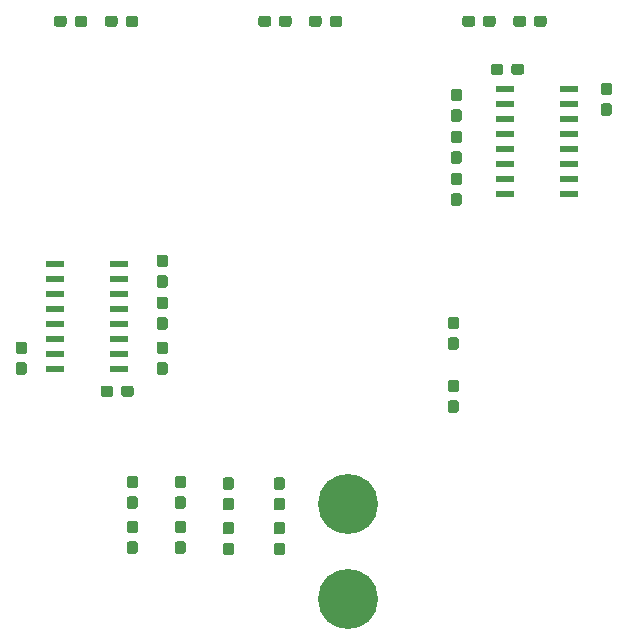
<source format=gbr>
G04 #@! TF.GenerationSoftware,KiCad,Pcbnew,(5.0.0)*
G04 #@! TF.CreationDate,2018-12-16T15:07:14-06:00*
G04 #@! TF.ProjectId,DriveBoard_Hardware,4472697665426F6172645F4861726477,rev?*
G04 #@! TF.SameCoordinates,Original*
G04 #@! TF.FileFunction,Paste,Top*
G04 #@! TF.FilePolarity,Positive*
%FSLAX46Y46*%
G04 Gerber Fmt 4.6, Leading zero omitted, Abs format (unit mm)*
G04 Created by KiCad (PCBNEW (5.0.0)) date 12/16/18 15:07:14*
%MOMM*%
%LPD*%
G01*
G04 APERTURE LIST*
%ADD10C,0.100000*%
%ADD11C,0.950000*%
%ADD12C,5.080000*%
%ADD13R,1.500000X0.600000*%
G04 APERTURE END LIST*
D10*
G04 #@! TO.C,R2*
G36*
X131120779Y-54390144D02*
X131143834Y-54393563D01*
X131166443Y-54399227D01*
X131188387Y-54407079D01*
X131209457Y-54417044D01*
X131229448Y-54429026D01*
X131248168Y-54442910D01*
X131265438Y-54458562D01*
X131281090Y-54475832D01*
X131294974Y-54494552D01*
X131306956Y-54514543D01*
X131316921Y-54535613D01*
X131324773Y-54557557D01*
X131330437Y-54580166D01*
X131333856Y-54603221D01*
X131335000Y-54626500D01*
X131335000Y-55101500D01*
X131333856Y-55124779D01*
X131330437Y-55147834D01*
X131324773Y-55170443D01*
X131316921Y-55192387D01*
X131306956Y-55213457D01*
X131294974Y-55233448D01*
X131281090Y-55252168D01*
X131265438Y-55269438D01*
X131248168Y-55285090D01*
X131229448Y-55298974D01*
X131209457Y-55310956D01*
X131188387Y-55320921D01*
X131166443Y-55328773D01*
X131143834Y-55334437D01*
X131120779Y-55337856D01*
X131097500Y-55339000D01*
X130522500Y-55339000D01*
X130499221Y-55337856D01*
X130476166Y-55334437D01*
X130453557Y-55328773D01*
X130431613Y-55320921D01*
X130410543Y-55310956D01*
X130390552Y-55298974D01*
X130371832Y-55285090D01*
X130354562Y-55269438D01*
X130338910Y-55252168D01*
X130325026Y-55233448D01*
X130313044Y-55213457D01*
X130303079Y-55192387D01*
X130295227Y-55170443D01*
X130289563Y-55147834D01*
X130286144Y-55124779D01*
X130285000Y-55101500D01*
X130285000Y-54626500D01*
X130286144Y-54603221D01*
X130289563Y-54580166D01*
X130295227Y-54557557D01*
X130303079Y-54535613D01*
X130313044Y-54514543D01*
X130325026Y-54494552D01*
X130338910Y-54475832D01*
X130354562Y-54458562D01*
X130371832Y-54442910D01*
X130390552Y-54429026D01*
X130410543Y-54417044D01*
X130431613Y-54407079D01*
X130453557Y-54399227D01*
X130476166Y-54393563D01*
X130499221Y-54390144D01*
X130522500Y-54389000D01*
X131097500Y-54389000D01*
X131120779Y-54390144D01*
X131120779Y-54390144D01*
G37*
D11*
X130810000Y-54864000D03*
D10*
G36*
X132870779Y-54390144D02*
X132893834Y-54393563D01*
X132916443Y-54399227D01*
X132938387Y-54407079D01*
X132959457Y-54417044D01*
X132979448Y-54429026D01*
X132998168Y-54442910D01*
X133015438Y-54458562D01*
X133031090Y-54475832D01*
X133044974Y-54494552D01*
X133056956Y-54514543D01*
X133066921Y-54535613D01*
X133074773Y-54557557D01*
X133080437Y-54580166D01*
X133083856Y-54603221D01*
X133085000Y-54626500D01*
X133085000Y-55101500D01*
X133083856Y-55124779D01*
X133080437Y-55147834D01*
X133074773Y-55170443D01*
X133066921Y-55192387D01*
X133056956Y-55213457D01*
X133044974Y-55233448D01*
X133031090Y-55252168D01*
X133015438Y-55269438D01*
X132998168Y-55285090D01*
X132979448Y-55298974D01*
X132959457Y-55310956D01*
X132938387Y-55320921D01*
X132916443Y-55328773D01*
X132893834Y-55334437D01*
X132870779Y-55337856D01*
X132847500Y-55339000D01*
X132272500Y-55339000D01*
X132249221Y-55337856D01*
X132226166Y-55334437D01*
X132203557Y-55328773D01*
X132181613Y-55320921D01*
X132160543Y-55310956D01*
X132140552Y-55298974D01*
X132121832Y-55285090D01*
X132104562Y-55269438D01*
X132088910Y-55252168D01*
X132075026Y-55233448D01*
X132063044Y-55213457D01*
X132053079Y-55192387D01*
X132045227Y-55170443D01*
X132039563Y-55147834D01*
X132036144Y-55124779D01*
X132035000Y-55101500D01*
X132035000Y-54626500D01*
X132036144Y-54603221D01*
X132039563Y-54580166D01*
X132045227Y-54557557D01*
X132053079Y-54535613D01*
X132063044Y-54514543D01*
X132075026Y-54494552D01*
X132088910Y-54475832D01*
X132104562Y-54458562D01*
X132121832Y-54442910D01*
X132140552Y-54429026D01*
X132160543Y-54417044D01*
X132181613Y-54407079D01*
X132203557Y-54399227D01*
X132226166Y-54393563D01*
X132249221Y-54390144D01*
X132272500Y-54389000D01*
X132847500Y-54389000D01*
X132870779Y-54390144D01*
X132870779Y-54390144D01*
G37*
D11*
X132560000Y-54864000D03*
G04 #@! TD*
D10*
G04 #@! TO.C,R3*
G36*
X148420779Y-54390144D02*
X148443834Y-54393563D01*
X148466443Y-54399227D01*
X148488387Y-54407079D01*
X148509457Y-54417044D01*
X148529448Y-54429026D01*
X148548168Y-54442910D01*
X148565438Y-54458562D01*
X148581090Y-54475832D01*
X148594974Y-54494552D01*
X148606956Y-54514543D01*
X148616921Y-54535613D01*
X148624773Y-54557557D01*
X148630437Y-54580166D01*
X148633856Y-54603221D01*
X148635000Y-54626500D01*
X148635000Y-55101500D01*
X148633856Y-55124779D01*
X148630437Y-55147834D01*
X148624773Y-55170443D01*
X148616921Y-55192387D01*
X148606956Y-55213457D01*
X148594974Y-55233448D01*
X148581090Y-55252168D01*
X148565438Y-55269438D01*
X148548168Y-55285090D01*
X148529448Y-55298974D01*
X148509457Y-55310956D01*
X148488387Y-55320921D01*
X148466443Y-55328773D01*
X148443834Y-55334437D01*
X148420779Y-55337856D01*
X148397500Y-55339000D01*
X147822500Y-55339000D01*
X147799221Y-55337856D01*
X147776166Y-55334437D01*
X147753557Y-55328773D01*
X147731613Y-55320921D01*
X147710543Y-55310956D01*
X147690552Y-55298974D01*
X147671832Y-55285090D01*
X147654562Y-55269438D01*
X147638910Y-55252168D01*
X147625026Y-55233448D01*
X147613044Y-55213457D01*
X147603079Y-55192387D01*
X147595227Y-55170443D01*
X147589563Y-55147834D01*
X147586144Y-55124779D01*
X147585000Y-55101500D01*
X147585000Y-54626500D01*
X147586144Y-54603221D01*
X147589563Y-54580166D01*
X147595227Y-54557557D01*
X147603079Y-54535613D01*
X147613044Y-54514543D01*
X147625026Y-54494552D01*
X147638910Y-54475832D01*
X147654562Y-54458562D01*
X147671832Y-54442910D01*
X147690552Y-54429026D01*
X147710543Y-54417044D01*
X147731613Y-54407079D01*
X147753557Y-54399227D01*
X147776166Y-54393563D01*
X147799221Y-54390144D01*
X147822500Y-54389000D01*
X148397500Y-54389000D01*
X148420779Y-54390144D01*
X148420779Y-54390144D01*
G37*
D11*
X148110000Y-54864000D03*
D10*
G36*
X150170779Y-54390144D02*
X150193834Y-54393563D01*
X150216443Y-54399227D01*
X150238387Y-54407079D01*
X150259457Y-54417044D01*
X150279448Y-54429026D01*
X150298168Y-54442910D01*
X150315438Y-54458562D01*
X150331090Y-54475832D01*
X150344974Y-54494552D01*
X150356956Y-54514543D01*
X150366921Y-54535613D01*
X150374773Y-54557557D01*
X150380437Y-54580166D01*
X150383856Y-54603221D01*
X150385000Y-54626500D01*
X150385000Y-55101500D01*
X150383856Y-55124779D01*
X150380437Y-55147834D01*
X150374773Y-55170443D01*
X150366921Y-55192387D01*
X150356956Y-55213457D01*
X150344974Y-55233448D01*
X150331090Y-55252168D01*
X150315438Y-55269438D01*
X150298168Y-55285090D01*
X150279448Y-55298974D01*
X150259457Y-55310956D01*
X150238387Y-55320921D01*
X150216443Y-55328773D01*
X150193834Y-55334437D01*
X150170779Y-55337856D01*
X150147500Y-55339000D01*
X149572500Y-55339000D01*
X149549221Y-55337856D01*
X149526166Y-55334437D01*
X149503557Y-55328773D01*
X149481613Y-55320921D01*
X149460543Y-55310956D01*
X149440552Y-55298974D01*
X149421832Y-55285090D01*
X149404562Y-55269438D01*
X149388910Y-55252168D01*
X149375026Y-55233448D01*
X149363044Y-55213457D01*
X149353079Y-55192387D01*
X149345227Y-55170443D01*
X149339563Y-55147834D01*
X149336144Y-55124779D01*
X149335000Y-55101500D01*
X149335000Y-54626500D01*
X149336144Y-54603221D01*
X149339563Y-54580166D01*
X149345227Y-54557557D01*
X149353079Y-54535613D01*
X149363044Y-54514543D01*
X149375026Y-54494552D01*
X149388910Y-54475832D01*
X149404562Y-54458562D01*
X149421832Y-54442910D01*
X149440552Y-54429026D01*
X149460543Y-54417044D01*
X149481613Y-54407079D01*
X149503557Y-54399227D01*
X149526166Y-54393563D01*
X149549221Y-54390144D01*
X149572500Y-54389000D01*
X150147500Y-54389000D01*
X150170779Y-54390144D01*
X150170779Y-54390144D01*
G37*
D11*
X149860000Y-54864000D03*
G04 #@! TD*
D10*
G04 #@! TO.C,R4*
G36*
X165692779Y-54390144D02*
X165715834Y-54393563D01*
X165738443Y-54399227D01*
X165760387Y-54407079D01*
X165781457Y-54417044D01*
X165801448Y-54429026D01*
X165820168Y-54442910D01*
X165837438Y-54458562D01*
X165853090Y-54475832D01*
X165866974Y-54494552D01*
X165878956Y-54514543D01*
X165888921Y-54535613D01*
X165896773Y-54557557D01*
X165902437Y-54580166D01*
X165905856Y-54603221D01*
X165907000Y-54626500D01*
X165907000Y-55101500D01*
X165905856Y-55124779D01*
X165902437Y-55147834D01*
X165896773Y-55170443D01*
X165888921Y-55192387D01*
X165878956Y-55213457D01*
X165866974Y-55233448D01*
X165853090Y-55252168D01*
X165837438Y-55269438D01*
X165820168Y-55285090D01*
X165801448Y-55298974D01*
X165781457Y-55310956D01*
X165760387Y-55320921D01*
X165738443Y-55328773D01*
X165715834Y-55334437D01*
X165692779Y-55337856D01*
X165669500Y-55339000D01*
X165094500Y-55339000D01*
X165071221Y-55337856D01*
X165048166Y-55334437D01*
X165025557Y-55328773D01*
X165003613Y-55320921D01*
X164982543Y-55310956D01*
X164962552Y-55298974D01*
X164943832Y-55285090D01*
X164926562Y-55269438D01*
X164910910Y-55252168D01*
X164897026Y-55233448D01*
X164885044Y-55213457D01*
X164875079Y-55192387D01*
X164867227Y-55170443D01*
X164861563Y-55147834D01*
X164858144Y-55124779D01*
X164857000Y-55101500D01*
X164857000Y-54626500D01*
X164858144Y-54603221D01*
X164861563Y-54580166D01*
X164867227Y-54557557D01*
X164875079Y-54535613D01*
X164885044Y-54514543D01*
X164897026Y-54494552D01*
X164910910Y-54475832D01*
X164926562Y-54458562D01*
X164943832Y-54442910D01*
X164962552Y-54429026D01*
X164982543Y-54417044D01*
X165003613Y-54407079D01*
X165025557Y-54399227D01*
X165048166Y-54393563D01*
X165071221Y-54390144D01*
X165094500Y-54389000D01*
X165669500Y-54389000D01*
X165692779Y-54390144D01*
X165692779Y-54390144D01*
G37*
D11*
X165382000Y-54864000D03*
D10*
G36*
X167442779Y-54390144D02*
X167465834Y-54393563D01*
X167488443Y-54399227D01*
X167510387Y-54407079D01*
X167531457Y-54417044D01*
X167551448Y-54429026D01*
X167570168Y-54442910D01*
X167587438Y-54458562D01*
X167603090Y-54475832D01*
X167616974Y-54494552D01*
X167628956Y-54514543D01*
X167638921Y-54535613D01*
X167646773Y-54557557D01*
X167652437Y-54580166D01*
X167655856Y-54603221D01*
X167657000Y-54626500D01*
X167657000Y-55101500D01*
X167655856Y-55124779D01*
X167652437Y-55147834D01*
X167646773Y-55170443D01*
X167638921Y-55192387D01*
X167628956Y-55213457D01*
X167616974Y-55233448D01*
X167603090Y-55252168D01*
X167587438Y-55269438D01*
X167570168Y-55285090D01*
X167551448Y-55298974D01*
X167531457Y-55310956D01*
X167510387Y-55320921D01*
X167488443Y-55328773D01*
X167465834Y-55334437D01*
X167442779Y-55337856D01*
X167419500Y-55339000D01*
X166844500Y-55339000D01*
X166821221Y-55337856D01*
X166798166Y-55334437D01*
X166775557Y-55328773D01*
X166753613Y-55320921D01*
X166732543Y-55310956D01*
X166712552Y-55298974D01*
X166693832Y-55285090D01*
X166676562Y-55269438D01*
X166660910Y-55252168D01*
X166647026Y-55233448D01*
X166635044Y-55213457D01*
X166625079Y-55192387D01*
X166617227Y-55170443D01*
X166611563Y-55147834D01*
X166608144Y-55124779D01*
X166607000Y-55101500D01*
X166607000Y-54626500D01*
X166608144Y-54603221D01*
X166611563Y-54580166D01*
X166617227Y-54557557D01*
X166625079Y-54535613D01*
X166635044Y-54514543D01*
X166647026Y-54494552D01*
X166660910Y-54475832D01*
X166676562Y-54458562D01*
X166693832Y-54442910D01*
X166712552Y-54429026D01*
X166732543Y-54417044D01*
X166753613Y-54407079D01*
X166775557Y-54399227D01*
X166798166Y-54393563D01*
X166821221Y-54390144D01*
X166844500Y-54389000D01*
X167419500Y-54389000D01*
X167442779Y-54390144D01*
X167442779Y-54390144D01*
G37*
D11*
X167132000Y-54864000D03*
G04 #@! TD*
D10*
G04 #@! TO.C,R5*
G36*
X149612779Y-99016144D02*
X149635834Y-99019563D01*
X149658443Y-99025227D01*
X149680387Y-99033079D01*
X149701457Y-99043044D01*
X149721448Y-99055026D01*
X149740168Y-99068910D01*
X149757438Y-99084562D01*
X149773090Y-99101832D01*
X149786974Y-99120552D01*
X149798956Y-99140543D01*
X149808921Y-99161613D01*
X149816773Y-99183557D01*
X149822437Y-99206166D01*
X149825856Y-99229221D01*
X149827000Y-99252500D01*
X149827000Y-99827500D01*
X149825856Y-99850779D01*
X149822437Y-99873834D01*
X149816773Y-99896443D01*
X149808921Y-99918387D01*
X149798956Y-99939457D01*
X149786974Y-99959448D01*
X149773090Y-99978168D01*
X149757438Y-99995438D01*
X149740168Y-100011090D01*
X149721448Y-100024974D01*
X149701457Y-100036956D01*
X149680387Y-100046921D01*
X149658443Y-100054773D01*
X149635834Y-100060437D01*
X149612779Y-100063856D01*
X149589500Y-100065000D01*
X149114500Y-100065000D01*
X149091221Y-100063856D01*
X149068166Y-100060437D01*
X149045557Y-100054773D01*
X149023613Y-100046921D01*
X149002543Y-100036956D01*
X148982552Y-100024974D01*
X148963832Y-100011090D01*
X148946562Y-99995438D01*
X148930910Y-99978168D01*
X148917026Y-99959448D01*
X148905044Y-99939457D01*
X148895079Y-99918387D01*
X148887227Y-99896443D01*
X148881563Y-99873834D01*
X148878144Y-99850779D01*
X148877000Y-99827500D01*
X148877000Y-99252500D01*
X148878144Y-99229221D01*
X148881563Y-99206166D01*
X148887227Y-99183557D01*
X148895079Y-99161613D01*
X148905044Y-99140543D01*
X148917026Y-99120552D01*
X148930910Y-99101832D01*
X148946562Y-99084562D01*
X148963832Y-99068910D01*
X148982552Y-99055026D01*
X149002543Y-99043044D01*
X149023613Y-99033079D01*
X149045557Y-99025227D01*
X149068166Y-99019563D01*
X149091221Y-99016144D01*
X149114500Y-99015000D01*
X149589500Y-99015000D01*
X149612779Y-99016144D01*
X149612779Y-99016144D01*
G37*
D11*
X149352000Y-99540000D03*
D10*
G36*
X149612779Y-97266144D02*
X149635834Y-97269563D01*
X149658443Y-97275227D01*
X149680387Y-97283079D01*
X149701457Y-97293044D01*
X149721448Y-97305026D01*
X149740168Y-97318910D01*
X149757438Y-97334562D01*
X149773090Y-97351832D01*
X149786974Y-97370552D01*
X149798956Y-97390543D01*
X149808921Y-97411613D01*
X149816773Y-97433557D01*
X149822437Y-97456166D01*
X149825856Y-97479221D01*
X149827000Y-97502500D01*
X149827000Y-98077500D01*
X149825856Y-98100779D01*
X149822437Y-98123834D01*
X149816773Y-98146443D01*
X149808921Y-98168387D01*
X149798956Y-98189457D01*
X149786974Y-98209448D01*
X149773090Y-98228168D01*
X149757438Y-98245438D01*
X149740168Y-98261090D01*
X149721448Y-98274974D01*
X149701457Y-98286956D01*
X149680387Y-98296921D01*
X149658443Y-98304773D01*
X149635834Y-98310437D01*
X149612779Y-98313856D01*
X149589500Y-98315000D01*
X149114500Y-98315000D01*
X149091221Y-98313856D01*
X149068166Y-98310437D01*
X149045557Y-98304773D01*
X149023613Y-98296921D01*
X149002543Y-98286956D01*
X148982552Y-98274974D01*
X148963832Y-98261090D01*
X148946562Y-98245438D01*
X148930910Y-98228168D01*
X148917026Y-98209448D01*
X148905044Y-98189457D01*
X148895079Y-98168387D01*
X148887227Y-98146443D01*
X148881563Y-98123834D01*
X148878144Y-98100779D01*
X148877000Y-98077500D01*
X148877000Y-97502500D01*
X148878144Y-97479221D01*
X148881563Y-97456166D01*
X148887227Y-97433557D01*
X148895079Y-97411613D01*
X148905044Y-97390543D01*
X148917026Y-97370552D01*
X148930910Y-97351832D01*
X148946562Y-97334562D01*
X148963832Y-97318910D01*
X148982552Y-97305026D01*
X149002543Y-97293044D01*
X149023613Y-97283079D01*
X149045557Y-97275227D01*
X149068166Y-97269563D01*
X149091221Y-97266144D01*
X149114500Y-97265000D01*
X149589500Y-97265000D01*
X149612779Y-97266144D01*
X149612779Y-97266144D01*
G37*
D11*
X149352000Y-97790000D03*
G04 #@! TD*
D10*
G04 #@! TO.C,R6*
G36*
X145294779Y-99016144D02*
X145317834Y-99019563D01*
X145340443Y-99025227D01*
X145362387Y-99033079D01*
X145383457Y-99043044D01*
X145403448Y-99055026D01*
X145422168Y-99068910D01*
X145439438Y-99084562D01*
X145455090Y-99101832D01*
X145468974Y-99120552D01*
X145480956Y-99140543D01*
X145490921Y-99161613D01*
X145498773Y-99183557D01*
X145504437Y-99206166D01*
X145507856Y-99229221D01*
X145509000Y-99252500D01*
X145509000Y-99827500D01*
X145507856Y-99850779D01*
X145504437Y-99873834D01*
X145498773Y-99896443D01*
X145490921Y-99918387D01*
X145480956Y-99939457D01*
X145468974Y-99959448D01*
X145455090Y-99978168D01*
X145439438Y-99995438D01*
X145422168Y-100011090D01*
X145403448Y-100024974D01*
X145383457Y-100036956D01*
X145362387Y-100046921D01*
X145340443Y-100054773D01*
X145317834Y-100060437D01*
X145294779Y-100063856D01*
X145271500Y-100065000D01*
X144796500Y-100065000D01*
X144773221Y-100063856D01*
X144750166Y-100060437D01*
X144727557Y-100054773D01*
X144705613Y-100046921D01*
X144684543Y-100036956D01*
X144664552Y-100024974D01*
X144645832Y-100011090D01*
X144628562Y-99995438D01*
X144612910Y-99978168D01*
X144599026Y-99959448D01*
X144587044Y-99939457D01*
X144577079Y-99918387D01*
X144569227Y-99896443D01*
X144563563Y-99873834D01*
X144560144Y-99850779D01*
X144559000Y-99827500D01*
X144559000Y-99252500D01*
X144560144Y-99229221D01*
X144563563Y-99206166D01*
X144569227Y-99183557D01*
X144577079Y-99161613D01*
X144587044Y-99140543D01*
X144599026Y-99120552D01*
X144612910Y-99101832D01*
X144628562Y-99084562D01*
X144645832Y-99068910D01*
X144664552Y-99055026D01*
X144684543Y-99043044D01*
X144705613Y-99033079D01*
X144727557Y-99025227D01*
X144750166Y-99019563D01*
X144773221Y-99016144D01*
X144796500Y-99015000D01*
X145271500Y-99015000D01*
X145294779Y-99016144D01*
X145294779Y-99016144D01*
G37*
D11*
X145034000Y-99540000D03*
D10*
G36*
X145294779Y-97266144D02*
X145317834Y-97269563D01*
X145340443Y-97275227D01*
X145362387Y-97283079D01*
X145383457Y-97293044D01*
X145403448Y-97305026D01*
X145422168Y-97318910D01*
X145439438Y-97334562D01*
X145455090Y-97351832D01*
X145468974Y-97370552D01*
X145480956Y-97390543D01*
X145490921Y-97411613D01*
X145498773Y-97433557D01*
X145504437Y-97456166D01*
X145507856Y-97479221D01*
X145509000Y-97502500D01*
X145509000Y-98077500D01*
X145507856Y-98100779D01*
X145504437Y-98123834D01*
X145498773Y-98146443D01*
X145490921Y-98168387D01*
X145480956Y-98189457D01*
X145468974Y-98209448D01*
X145455090Y-98228168D01*
X145439438Y-98245438D01*
X145422168Y-98261090D01*
X145403448Y-98274974D01*
X145383457Y-98286956D01*
X145362387Y-98296921D01*
X145340443Y-98304773D01*
X145317834Y-98310437D01*
X145294779Y-98313856D01*
X145271500Y-98315000D01*
X144796500Y-98315000D01*
X144773221Y-98313856D01*
X144750166Y-98310437D01*
X144727557Y-98304773D01*
X144705613Y-98296921D01*
X144684543Y-98286956D01*
X144664552Y-98274974D01*
X144645832Y-98261090D01*
X144628562Y-98245438D01*
X144612910Y-98228168D01*
X144599026Y-98209448D01*
X144587044Y-98189457D01*
X144577079Y-98168387D01*
X144569227Y-98146443D01*
X144563563Y-98123834D01*
X144560144Y-98100779D01*
X144559000Y-98077500D01*
X144559000Y-97502500D01*
X144560144Y-97479221D01*
X144563563Y-97456166D01*
X144569227Y-97433557D01*
X144577079Y-97411613D01*
X144587044Y-97390543D01*
X144599026Y-97370552D01*
X144612910Y-97351832D01*
X144628562Y-97334562D01*
X144645832Y-97318910D01*
X144664552Y-97305026D01*
X144684543Y-97293044D01*
X144705613Y-97283079D01*
X144727557Y-97275227D01*
X144750166Y-97269563D01*
X144773221Y-97266144D01*
X144796500Y-97265000D01*
X145271500Y-97265000D01*
X145294779Y-97266144D01*
X145294779Y-97266144D01*
G37*
D11*
X145034000Y-97790000D03*
G04 #@! TD*
D10*
G04 #@! TO.C,R7*
G36*
X141230779Y-98903144D02*
X141253834Y-98906563D01*
X141276443Y-98912227D01*
X141298387Y-98920079D01*
X141319457Y-98930044D01*
X141339448Y-98942026D01*
X141358168Y-98955910D01*
X141375438Y-98971562D01*
X141391090Y-98988832D01*
X141404974Y-99007552D01*
X141416956Y-99027543D01*
X141426921Y-99048613D01*
X141434773Y-99070557D01*
X141440437Y-99093166D01*
X141443856Y-99116221D01*
X141445000Y-99139500D01*
X141445000Y-99714500D01*
X141443856Y-99737779D01*
X141440437Y-99760834D01*
X141434773Y-99783443D01*
X141426921Y-99805387D01*
X141416956Y-99826457D01*
X141404974Y-99846448D01*
X141391090Y-99865168D01*
X141375438Y-99882438D01*
X141358168Y-99898090D01*
X141339448Y-99911974D01*
X141319457Y-99923956D01*
X141298387Y-99933921D01*
X141276443Y-99941773D01*
X141253834Y-99947437D01*
X141230779Y-99950856D01*
X141207500Y-99952000D01*
X140732500Y-99952000D01*
X140709221Y-99950856D01*
X140686166Y-99947437D01*
X140663557Y-99941773D01*
X140641613Y-99933921D01*
X140620543Y-99923956D01*
X140600552Y-99911974D01*
X140581832Y-99898090D01*
X140564562Y-99882438D01*
X140548910Y-99865168D01*
X140535026Y-99846448D01*
X140523044Y-99826457D01*
X140513079Y-99805387D01*
X140505227Y-99783443D01*
X140499563Y-99760834D01*
X140496144Y-99737779D01*
X140495000Y-99714500D01*
X140495000Y-99139500D01*
X140496144Y-99116221D01*
X140499563Y-99093166D01*
X140505227Y-99070557D01*
X140513079Y-99048613D01*
X140523044Y-99027543D01*
X140535026Y-99007552D01*
X140548910Y-98988832D01*
X140564562Y-98971562D01*
X140581832Y-98955910D01*
X140600552Y-98942026D01*
X140620543Y-98930044D01*
X140641613Y-98920079D01*
X140663557Y-98912227D01*
X140686166Y-98906563D01*
X140709221Y-98903144D01*
X140732500Y-98902000D01*
X141207500Y-98902000D01*
X141230779Y-98903144D01*
X141230779Y-98903144D01*
G37*
D11*
X140970000Y-99427000D03*
D10*
G36*
X141230779Y-97153144D02*
X141253834Y-97156563D01*
X141276443Y-97162227D01*
X141298387Y-97170079D01*
X141319457Y-97180044D01*
X141339448Y-97192026D01*
X141358168Y-97205910D01*
X141375438Y-97221562D01*
X141391090Y-97238832D01*
X141404974Y-97257552D01*
X141416956Y-97277543D01*
X141426921Y-97298613D01*
X141434773Y-97320557D01*
X141440437Y-97343166D01*
X141443856Y-97366221D01*
X141445000Y-97389500D01*
X141445000Y-97964500D01*
X141443856Y-97987779D01*
X141440437Y-98010834D01*
X141434773Y-98033443D01*
X141426921Y-98055387D01*
X141416956Y-98076457D01*
X141404974Y-98096448D01*
X141391090Y-98115168D01*
X141375438Y-98132438D01*
X141358168Y-98148090D01*
X141339448Y-98161974D01*
X141319457Y-98173956D01*
X141298387Y-98183921D01*
X141276443Y-98191773D01*
X141253834Y-98197437D01*
X141230779Y-98200856D01*
X141207500Y-98202000D01*
X140732500Y-98202000D01*
X140709221Y-98200856D01*
X140686166Y-98197437D01*
X140663557Y-98191773D01*
X140641613Y-98183921D01*
X140620543Y-98173956D01*
X140600552Y-98161974D01*
X140581832Y-98148090D01*
X140564562Y-98132438D01*
X140548910Y-98115168D01*
X140535026Y-98096448D01*
X140523044Y-98076457D01*
X140513079Y-98055387D01*
X140505227Y-98033443D01*
X140499563Y-98010834D01*
X140496144Y-97987779D01*
X140495000Y-97964500D01*
X140495000Y-97389500D01*
X140496144Y-97366221D01*
X140499563Y-97343166D01*
X140505227Y-97320557D01*
X140513079Y-97298613D01*
X140523044Y-97277543D01*
X140535026Y-97257552D01*
X140548910Y-97238832D01*
X140564562Y-97221562D01*
X140581832Y-97205910D01*
X140600552Y-97192026D01*
X140620543Y-97180044D01*
X140641613Y-97170079D01*
X140663557Y-97162227D01*
X140686166Y-97156563D01*
X140709221Y-97153144D01*
X140732500Y-97152000D01*
X141207500Y-97152000D01*
X141230779Y-97153144D01*
X141230779Y-97153144D01*
G37*
D11*
X140970000Y-97677000D03*
G04 #@! TD*
D10*
G04 #@! TO.C,R1*
G36*
X137166779Y-98903144D02*
X137189834Y-98906563D01*
X137212443Y-98912227D01*
X137234387Y-98920079D01*
X137255457Y-98930044D01*
X137275448Y-98942026D01*
X137294168Y-98955910D01*
X137311438Y-98971562D01*
X137327090Y-98988832D01*
X137340974Y-99007552D01*
X137352956Y-99027543D01*
X137362921Y-99048613D01*
X137370773Y-99070557D01*
X137376437Y-99093166D01*
X137379856Y-99116221D01*
X137381000Y-99139500D01*
X137381000Y-99714500D01*
X137379856Y-99737779D01*
X137376437Y-99760834D01*
X137370773Y-99783443D01*
X137362921Y-99805387D01*
X137352956Y-99826457D01*
X137340974Y-99846448D01*
X137327090Y-99865168D01*
X137311438Y-99882438D01*
X137294168Y-99898090D01*
X137275448Y-99911974D01*
X137255457Y-99923956D01*
X137234387Y-99933921D01*
X137212443Y-99941773D01*
X137189834Y-99947437D01*
X137166779Y-99950856D01*
X137143500Y-99952000D01*
X136668500Y-99952000D01*
X136645221Y-99950856D01*
X136622166Y-99947437D01*
X136599557Y-99941773D01*
X136577613Y-99933921D01*
X136556543Y-99923956D01*
X136536552Y-99911974D01*
X136517832Y-99898090D01*
X136500562Y-99882438D01*
X136484910Y-99865168D01*
X136471026Y-99846448D01*
X136459044Y-99826457D01*
X136449079Y-99805387D01*
X136441227Y-99783443D01*
X136435563Y-99760834D01*
X136432144Y-99737779D01*
X136431000Y-99714500D01*
X136431000Y-99139500D01*
X136432144Y-99116221D01*
X136435563Y-99093166D01*
X136441227Y-99070557D01*
X136449079Y-99048613D01*
X136459044Y-99027543D01*
X136471026Y-99007552D01*
X136484910Y-98988832D01*
X136500562Y-98971562D01*
X136517832Y-98955910D01*
X136536552Y-98942026D01*
X136556543Y-98930044D01*
X136577613Y-98920079D01*
X136599557Y-98912227D01*
X136622166Y-98906563D01*
X136645221Y-98903144D01*
X136668500Y-98902000D01*
X137143500Y-98902000D01*
X137166779Y-98903144D01*
X137166779Y-98903144D01*
G37*
D11*
X136906000Y-99427000D03*
D10*
G36*
X137166779Y-97153144D02*
X137189834Y-97156563D01*
X137212443Y-97162227D01*
X137234387Y-97170079D01*
X137255457Y-97180044D01*
X137275448Y-97192026D01*
X137294168Y-97205910D01*
X137311438Y-97221562D01*
X137327090Y-97238832D01*
X137340974Y-97257552D01*
X137352956Y-97277543D01*
X137362921Y-97298613D01*
X137370773Y-97320557D01*
X137376437Y-97343166D01*
X137379856Y-97366221D01*
X137381000Y-97389500D01*
X137381000Y-97964500D01*
X137379856Y-97987779D01*
X137376437Y-98010834D01*
X137370773Y-98033443D01*
X137362921Y-98055387D01*
X137352956Y-98076457D01*
X137340974Y-98096448D01*
X137327090Y-98115168D01*
X137311438Y-98132438D01*
X137294168Y-98148090D01*
X137275448Y-98161974D01*
X137255457Y-98173956D01*
X137234387Y-98183921D01*
X137212443Y-98191773D01*
X137189834Y-98197437D01*
X137166779Y-98200856D01*
X137143500Y-98202000D01*
X136668500Y-98202000D01*
X136645221Y-98200856D01*
X136622166Y-98197437D01*
X136599557Y-98191773D01*
X136577613Y-98183921D01*
X136556543Y-98173956D01*
X136536552Y-98161974D01*
X136517832Y-98148090D01*
X136500562Y-98132438D01*
X136484910Y-98115168D01*
X136471026Y-98096448D01*
X136459044Y-98076457D01*
X136449079Y-98055387D01*
X136441227Y-98033443D01*
X136435563Y-98010834D01*
X136432144Y-97987779D01*
X136431000Y-97964500D01*
X136431000Y-97389500D01*
X136432144Y-97366221D01*
X136435563Y-97343166D01*
X136441227Y-97320557D01*
X136449079Y-97298613D01*
X136459044Y-97277543D01*
X136471026Y-97257552D01*
X136484910Y-97238832D01*
X136500562Y-97221562D01*
X136517832Y-97205910D01*
X136536552Y-97192026D01*
X136556543Y-97180044D01*
X136577613Y-97170079D01*
X136599557Y-97162227D01*
X136622166Y-97156563D01*
X136645221Y-97153144D01*
X136668500Y-97152000D01*
X137143500Y-97152000D01*
X137166779Y-97153144D01*
X137166779Y-97153144D01*
G37*
D11*
X136906000Y-97677000D03*
G04 #@! TD*
D10*
G04 #@! TO.C,C1*
G36*
X127755050Y-83746307D02*
X127778105Y-83749726D01*
X127800714Y-83755390D01*
X127822658Y-83763242D01*
X127843728Y-83773207D01*
X127863719Y-83785189D01*
X127882439Y-83799073D01*
X127899709Y-83814725D01*
X127915361Y-83831995D01*
X127929245Y-83850715D01*
X127941227Y-83870706D01*
X127951192Y-83891776D01*
X127959044Y-83913720D01*
X127964708Y-83936329D01*
X127968127Y-83959384D01*
X127969271Y-83982663D01*
X127969271Y-84557663D01*
X127968127Y-84580942D01*
X127964708Y-84603997D01*
X127959044Y-84626606D01*
X127951192Y-84648550D01*
X127941227Y-84669620D01*
X127929245Y-84689611D01*
X127915361Y-84708331D01*
X127899709Y-84725601D01*
X127882439Y-84741253D01*
X127863719Y-84755137D01*
X127843728Y-84767119D01*
X127822658Y-84777084D01*
X127800714Y-84784936D01*
X127778105Y-84790600D01*
X127755050Y-84794019D01*
X127731771Y-84795163D01*
X127256771Y-84795163D01*
X127233492Y-84794019D01*
X127210437Y-84790600D01*
X127187828Y-84784936D01*
X127165884Y-84777084D01*
X127144814Y-84767119D01*
X127124823Y-84755137D01*
X127106103Y-84741253D01*
X127088833Y-84725601D01*
X127073181Y-84708331D01*
X127059297Y-84689611D01*
X127047315Y-84669620D01*
X127037350Y-84648550D01*
X127029498Y-84626606D01*
X127023834Y-84603997D01*
X127020415Y-84580942D01*
X127019271Y-84557663D01*
X127019271Y-83982663D01*
X127020415Y-83959384D01*
X127023834Y-83936329D01*
X127029498Y-83913720D01*
X127037350Y-83891776D01*
X127047315Y-83870706D01*
X127059297Y-83850715D01*
X127073181Y-83831995D01*
X127088833Y-83814725D01*
X127106103Y-83799073D01*
X127124823Y-83785189D01*
X127144814Y-83773207D01*
X127165884Y-83763242D01*
X127187828Y-83755390D01*
X127210437Y-83749726D01*
X127233492Y-83746307D01*
X127256771Y-83745163D01*
X127731771Y-83745163D01*
X127755050Y-83746307D01*
X127755050Y-83746307D01*
G37*
D11*
X127494271Y-84270163D03*
D10*
G36*
X127755050Y-81996307D02*
X127778105Y-81999726D01*
X127800714Y-82005390D01*
X127822658Y-82013242D01*
X127843728Y-82023207D01*
X127863719Y-82035189D01*
X127882439Y-82049073D01*
X127899709Y-82064725D01*
X127915361Y-82081995D01*
X127929245Y-82100715D01*
X127941227Y-82120706D01*
X127951192Y-82141776D01*
X127959044Y-82163720D01*
X127964708Y-82186329D01*
X127968127Y-82209384D01*
X127969271Y-82232663D01*
X127969271Y-82807663D01*
X127968127Y-82830942D01*
X127964708Y-82853997D01*
X127959044Y-82876606D01*
X127951192Y-82898550D01*
X127941227Y-82919620D01*
X127929245Y-82939611D01*
X127915361Y-82958331D01*
X127899709Y-82975601D01*
X127882439Y-82991253D01*
X127863719Y-83005137D01*
X127843728Y-83017119D01*
X127822658Y-83027084D01*
X127800714Y-83034936D01*
X127778105Y-83040600D01*
X127755050Y-83044019D01*
X127731771Y-83045163D01*
X127256771Y-83045163D01*
X127233492Y-83044019D01*
X127210437Y-83040600D01*
X127187828Y-83034936D01*
X127165884Y-83027084D01*
X127144814Y-83017119D01*
X127124823Y-83005137D01*
X127106103Y-82991253D01*
X127088833Y-82975601D01*
X127073181Y-82958331D01*
X127059297Y-82939611D01*
X127047315Y-82919620D01*
X127037350Y-82898550D01*
X127029498Y-82876606D01*
X127023834Y-82853997D01*
X127020415Y-82830942D01*
X127019271Y-82807663D01*
X127019271Y-82232663D01*
X127020415Y-82209384D01*
X127023834Y-82186329D01*
X127029498Y-82163720D01*
X127037350Y-82141776D01*
X127047315Y-82120706D01*
X127059297Y-82100715D01*
X127073181Y-82081995D01*
X127088833Y-82064725D01*
X127106103Y-82049073D01*
X127124823Y-82035189D01*
X127144814Y-82023207D01*
X127165884Y-82013242D01*
X127187828Y-82005390D01*
X127210437Y-81999726D01*
X127233492Y-81996307D01*
X127256771Y-81995163D01*
X127731771Y-81995163D01*
X127755050Y-81996307D01*
X127755050Y-81996307D01*
G37*
D11*
X127494271Y-82520163D03*
G04 #@! TD*
D10*
G04 #@! TO.C,C2*
G36*
X177298779Y-60069144D02*
X177321834Y-60072563D01*
X177344443Y-60078227D01*
X177366387Y-60086079D01*
X177387457Y-60096044D01*
X177407448Y-60108026D01*
X177426168Y-60121910D01*
X177443438Y-60137562D01*
X177459090Y-60154832D01*
X177472974Y-60173552D01*
X177484956Y-60193543D01*
X177494921Y-60214613D01*
X177502773Y-60236557D01*
X177508437Y-60259166D01*
X177511856Y-60282221D01*
X177513000Y-60305500D01*
X177513000Y-60880500D01*
X177511856Y-60903779D01*
X177508437Y-60926834D01*
X177502773Y-60949443D01*
X177494921Y-60971387D01*
X177484956Y-60992457D01*
X177472974Y-61012448D01*
X177459090Y-61031168D01*
X177443438Y-61048438D01*
X177426168Y-61064090D01*
X177407448Y-61077974D01*
X177387457Y-61089956D01*
X177366387Y-61099921D01*
X177344443Y-61107773D01*
X177321834Y-61113437D01*
X177298779Y-61116856D01*
X177275500Y-61118000D01*
X176800500Y-61118000D01*
X176777221Y-61116856D01*
X176754166Y-61113437D01*
X176731557Y-61107773D01*
X176709613Y-61099921D01*
X176688543Y-61089956D01*
X176668552Y-61077974D01*
X176649832Y-61064090D01*
X176632562Y-61048438D01*
X176616910Y-61031168D01*
X176603026Y-61012448D01*
X176591044Y-60992457D01*
X176581079Y-60971387D01*
X176573227Y-60949443D01*
X176567563Y-60926834D01*
X176564144Y-60903779D01*
X176563000Y-60880500D01*
X176563000Y-60305500D01*
X176564144Y-60282221D01*
X176567563Y-60259166D01*
X176573227Y-60236557D01*
X176581079Y-60214613D01*
X176591044Y-60193543D01*
X176603026Y-60173552D01*
X176616910Y-60154832D01*
X176632562Y-60137562D01*
X176649832Y-60121910D01*
X176668552Y-60108026D01*
X176688543Y-60096044D01*
X176709613Y-60086079D01*
X176731557Y-60078227D01*
X176754166Y-60072563D01*
X176777221Y-60069144D01*
X176800500Y-60068000D01*
X177275500Y-60068000D01*
X177298779Y-60069144D01*
X177298779Y-60069144D01*
G37*
D11*
X177038000Y-60593000D03*
D10*
G36*
X177298779Y-61819144D02*
X177321834Y-61822563D01*
X177344443Y-61828227D01*
X177366387Y-61836079D01*
X177387457Y-61846044D01*
X177407448Y-61858026D01*
X177426168Y-61871910D01*
X177443438Y-61887562D01*
X177459090Y-61904832D01*
X177472974Y-61923552D01*
X177484956Y-61943543D01*
X177494921Y-61964613D01*
X177502773Y-61986557D01*
X177508437Y-62009166D01*
X177511856Y-62032221D01*
X177513000Y-62055500D01*
X177513000Y-62630500D01*
X177511856Y-62653779D01*
X177508437Y-62676834D01*
X177502773Y-62699443D01*
X177494921Y-62721387D01*
X177484956Y-62742457D01*
X177472974Y-62762448D01*
X177459090Y-62781168D01*
X177443438Y-62798438D01*
X177426168Y-62814090D01*
X177407448Y-62827974D01*
X177387457Y-62839956D01*
X177366387Y-62849921D01*
X177344443Y-62857773D01*
X177321834Y-62863437D01*
X177298779Y-62866856D01*
X177275500Y-62868000D01*
X176800500Y-62868000D01*
X176777221Y-62866856D01*
X176754166Y-62863437D01*
X176731557Y-62857773D01*
X176709613Y-62849921D01*
X176688543Y-62839956D01*
X176668552Y-62827974D01*
X176649832Y-62814090D01*
X176632562Y-62798438D01*
X176616910Y-62781168D01*
X176603026Y-62762448D01*
X176591044Y-62742457D01*
X176581079Y-62721387D01*
X176573227Y-62699443D01*
X176567563Y-62676834D01*
X176564144Y-62653779D01*
X176563000Y-62630500D01*
X176563000Y-62055500D01*
X176564144Y-62032221D01*
X176567563Y-62009166D01*
X176573227Y-61986557D01*
X176581079Y-61964613D01*
X176591044Y-61943543D01*
X176603026Y-61923552D01*
X176616910Y-61904832D01*
X176632562Y-61887562D01*
X176649832Y-61871910D01*
X176668552Y-61858026D01*
X176688543Y-61846044D01*
X176709613Y-61836079D01*
X176731557Y-61828227D01*
X176754166Y-61822563D01*
X176777221Y-61819144D01*
X176800500Y-61818000D01*
X177275500Y-61818000D01*
X177298779Y-61819144D01*
X177298779Y-61819144D01*
G37*
D11*
X177038000Y-62343000D03*
G04 #@! TD*
D10*
G04 #@! TO.C,C3*
G36*
X135058050Y-85715307D02*
X135081105Y-85718726D01*
X135103714Y-85724390D01*
X135125658Y-85732242D01*
X135146728Y-85742207D01*
X135166719Y-85754189D01*
X135185439Y-85768073D01*
X135202709Y-85783725D01*
X135218361Y-85800995D01*
X135232245Y-85819715D01*
X135244227Y-85839706D01*
X135254192Y-85860776D01*
X135262044Y-85882720D01*
X135267708Y-85905329D01*
X135271127Y-85928384D01*
X135272271Y-85951663D01*
X135272271Y-86426663D01*
X135271127Y-86449942D01*
X135267708Y-86472997D01*
X135262044Y-86495606D01*
X135254192Y-86517550D01*
X135244227Y-86538620D01*
X135232245Y-86558611D01*
X135218361Y-86577331D01*
X135202709Y-86594601D01*
X135185439Y-86610253D01*
X135166719Y-86624137D01*
X135146728Y-86636119D01*
X135125658Y-86646084D01*
X135103714Y-86653936D01*
X135081105Y-86659600D01*
X135058050Y-86663019D01*
X135034771Y-86664163D01*
X134459771Y-86664163D01*
X134436492Y-86663019D01*
X134413437Y-86659600D01*
X134390828Y-86653936D01*
X134368884Y-86646084D01*
X134347814Y-86636119D01*
X134327823Y-86624137D01*
X134309103Y-86610253D01*
X134291833Y-86594601D01*
X134276181Y-86577331D01*
X134262297Y-86558611D01*
X134250315Y-86538620D01*
X134240350Y-86517550D01*
X134232498Y-86495606D01*
X134226834Y-86472997D01*
X134223415Y-86449942D01*
X134222271Y-86426663D01*
X134222271Y-85951663D01*
X134223415Y-85928384D01*
X134226834Y-85905329D01*
X134232498Y-85882720D01*
X134240350Y-85860776D01*
X134250315Y-85839706D01*
X134262297Y-85819715D01*
X134276181Y-85800995D01*
X134291833Y-85783725D01*
X134309103Y-85768073D01*
X134327823Y-85754189D01*
X134347814Y-85742207D01*
X134368884Y-85732242D01*
X134390828Y-85724390D01*
X134413437Y-85718726D01*
X134436492Y-85715307D01*
X134459771Y-85714163D01*
X135034771Y-85714163D01*
X135058050Y-85715307D01*
X135058050Y-85715307D01*
G37*
D11*
X134747271Y-86189163D03*
D10*
G36*
X136808050Y-85715307D02*
X136831105Y-85718726D01*
X136853714Y-85724390D01*
X136875658Y-85732242D01*
X136896728Y-85742207D01*
X136916719Y-85754189D01*
X136935439Y-85768073D01*
X136952709Y-85783725D01*
X136968361Y-85800995D01*
X136982245Y-85819715D01*
X136994227Y-85839706D01*
X137004192Y-85860776D01*
X137012044Y-85882720D01*
X137017708Y-85905329D01*
X137021127Y-85928384D01*
X137022271Y-85951663D01*
X137022271Y-86426663D01*
X137021127Y-86449942D01*
X137017708Y-86472997D01*
X137012044Y-86495606D01*
X137004192Y-86517550D01*
X136994227Y-86538620D01*
X136982245Y-86558611D01*
X136968361Y-86577331D01*
X136952709Y-86594601D01*
X136935439Y-86610253D01*
X136916719Y-86624137D01*
X136896728Y-86636119D01*
X136875658Y-86646084D01*
X136853714Y-86653936D01*
X136831105Y-86659600D01*
X136808050Y-86663019D01*
X136784771Y-86664163D01*
X136209771Y-86664163D01*
X136186492Y-86663019D01*
X136163437Y-86659600D01*
X136140828Y-86653936D01*
X136118884Y-86646084D01*
X136097814Y-86636119D01*
X136077823Y-86624137D01*
X136059103Y-86610253D01*
X136041833Y-86594601D01*
X136026181Y-86577331D01*
X136012297Y-86558611D01*
X136000315Y-86538620D01*
X135990350Y-86517550D01*
X135982498Y-86495606D01*
X135976834Y-86472997D01*
X135973415Y-86449942D01*
X135972271Y-86426663D01*
X135972271Y-85951663D01*
X135973415Y-85928384D01*
X135976834Y-85905329D01*
X135982498Y-85882720D01*
X135990350Y-85860776D01*
X136000315Y-85839706D01*
X136012297Y-85819715D01*
X136026181Y-85800995D01*
X136041833Y-85783725D01*
X136059103Y-85768073D01*
X136077823Y-85754189D01*
X136097814Y-85742207D01*
X136118884Y-85732242D01*
X136140828Y-85724390D01*
X136163437Y-85718726D01*
X136186492Y-85715307D01*
X136209771Y-85714163D01*
X136784771Y-85714163D01*
X136808050Y-85715307D01*
X136808050Y-85715307D01*
G37*
D11*
X136497271Y-86189163D03*
G04 #@! TD*
D10*
G04 #@! TO.C,C4*
G36*
X139693050Y-74630307D02*
X139716105Y-74633726D01*
X139738714Y-74639390D01*
X139760658Y-74647242D01*
X139781728Y-74657207D01*
X139801719Y-74669189D01*
X139820439Y-74683073D01*
X139837709Y-74698725D01*
X139853361Y-74715995D01*
X139867245Y-74734715D01*
X139879227Y-74754706D01*
X139889192Y-74775776D01*
X139897044Y-74797720D01*
X139902708Y-74820329D01*
X139906127Y-74843384D01*
X139907271Y-74866663D01*
X139907271Y-75441663D01*
X139906127Y-75464942D01*
X139902708Y-75487997D01*
X139897044Y-75510606D01*
X139889192Y-75532550D01*
X139879227Y-75553620D01*
X139867245Y-75573611D01*
X139853361Y-75592331D01*
X139837709Y-75609601D01*
X139820439Y-75625253D01*
X139801719Y-75639137D01*
X139781728Y-75651119D01*
X139760658Y-75661084D01*
X139738714Y-75668936D01*
X139716105Y-75674600D01*
X139693050Y-75678019D01*
X139669771Y-75679163D01*
X139194771Y-75679163D01*
X139171492Y-75678019D01*
X139148437Y-75674600D01*
X139125828Y-75668936D01*
X139103884Y-75661084D01*
X139082814Y-75651119D01*
X139062823Y-75639137D01*
X139044103Y-75625253D01*
X139026833Y-75609601D01*
X139011181Y-75592331D01*
X138997297Y-75573611D01*
X138985315Y-75553620D01*
X138975350Y-75532550D01*
X138967498Y-75510606D01*
X138961834Y-75487997D01*
X138958415Y-75464942D01*
X138957271Y-75441663D01*
X138957271Y-74866663D01*
X138958415Y-74843384D01*
X138961834Y-74820329D01*
X138967498Y-74797720D01*
X138975350Y-74775776D01*
X138985315Y-74754706D01*
X138997297Y-74734715D01*
X139011181Y-74715995D01*
X139026833Y-74698725D01*
X139044103Y-74683073D01*
X139062823Y-74669189D01*
X139082814Y-74657207D01*
X139103884Y-74647242D01*
X139125828Y-74639390D01*
X139148437Y-74633726D01*
X139171492Y-74630307D01*
X139194771Y-74629163D01*
X139669771Y-74629163D01*
X139693050Y-74630307D01*
X139693050Y-74630307D01*
G37*
D11*
X139432271Y-75154163D03*
D10*
G36*
X139693050Y-76380307D02*
X139716105Y-76383726D01*
X139738714Y-76389390D01*
X139760658Y-76397242D01*
X139781728Y-76407207D01*
X139801719Y-76419189D01*
X139820439Y-76433073D01*
X139837709Y-76448725D01*
X139853361Y-76465995D01*
X139867245Y-76484715D01*
X139879227Y-76504706D01*
X139889192Y-76525776D01*
X139897044Y-76547720D01*
X139902708Y-76570329D01*
X139906127Y-76593384D01*
X139907271Y-76616663D01*
X139907271Y-77191663D01*
X139906127Y-77214942D01*
X139902708Y-77237997D01*
X139897044Y-77260606D01*
X139889192Y-77282550D01*
X139879227Y-77303620D01*
X139867245Y-77323611D01*
X139853361Y-77342331D01*
X139837709Y-77359601D01*
X139820439Y-77375253D01*
X139801719Y-77389137D01*
X139781728Y-77401119D01*
X139760658Y-77411084D01*
X139738714Y-77418936D01*
X139716105Y-77424600D01*
X139693050Y-77428019D01*
X139669771Y-77429163D01*
X139194771Y-77429163D01*
X139171492Y-77428019D01*
X139148437Y-77424600D01*
X139125828Y-77418936D01*
X139103884Y-77411084D01*
X139082814Y-77401119D01*
X139062823Y-77389137D01*
X139044103Y-77375253D01*
X139026833Y-77359601D01*
X139011181Y-77342331D01*
X138997297Y-77323611D01*
X138985315Y-77303620D01*
X138975350Y-77282550D01*
X138967498Y-77260606D01*
X138961834Y-77237997D01*
X138958415Y-77214942D01*
X138957271Y-77191663D01*
X138957271Y-76616663D01*
X138958415Y-76593384D01*
X138961834Y-76570329D01*
X138967498Y-76547720D01*
X138975350Y-76525776D01*
X138985315Y-76504706D01*
X138997297Y-76484715D01*
X139011181Y-76465995D01*
X139026833Y-76448725D01*
X139044103Y-76433073D01*
X139062823Y-76419189D01*
X139082814Y-76407207D01*
X139103884Y-76397242D01*
X139125828Y-76389390D01*
X139148437Y-76383726D01*
X139171492Y-76380307D01*
X139194771Y-76379163D01*
X139669771Y-76379163D01*
X139693050Y-76380307D01*
X139693050Y-76380307D01*
G37*
D11*
X139432271Y-76904163D03*
G04 #@! TD*
D10*
G04 #@! TO.C,C5*
G36*
X169841779Y-58454144D02*
X169864834Y-58457563D01*
X169887443Y-58463227D01*
X169909387Y-58471079D01*
X169930457Y-58481044D01*
X169950448Y-58493026D01*
X169969168Y-58506910D01*
X169986438Y-58522562D01*
X170002090Y-58539832D01*
X170015974Y-58558552D01*
X170027956Y-58578543D01*
X170037921Y-58599613D01*
X170045773Y-58621557D01*
X170051437Y-58644166D01*
X170054856Y-58667221D01*
X170056000Y-58690500D01*
X170056000Y-59165500D01*
X170054856Y-59188779D01*
X170051437Y-59211834D01*
X170045773Y-59234443D01*
X170037921Y-59256387D01*
X170027956Y-59277457D01*
X170015974Y-59297448D01*
X170002090Y-59316168D01*
X169986438Y-59333438D01*
X169969168Y-59349090D01*
X169950448Y-59362974D01*
X169930457Y-59374956D01*
X169909387Y-59384921D01*
X169887443Y-59392773D01*
X169864834Y-59398437D01*
X169841779Y-59401856D01*
X169818500Y-59403000D01*
X169243500Y-59403000D01*
X169220221Y-59401856D01*
X169197166Y-59398437D01*
X169174557Y-59392773D01*
X169152613Y-59384921D01*
X169131543Y-59374956D01*
X169111552Y-59362974D01*
X169092832Y-59349090D01*
X169075562Y-59333438D01*
X169059910Y-59316168D01*
X169046026Y-59297448D01*
X169034044Y-59277457D01*
X169024079Y-59256387D01*
X169016227Y-59234443D01*
X169010563Y-59211834D01*
X169007144Y-59188779D01*
X169006000Y-59165500D01*
X169006000Y-58690500D01*
X169007144Y-58667221D01*
X169010563Y-58644166D01*
X169016227Y-58621557D01*
X169024079Y-58599613D01*
X169034044Y-58578543D01*
X169046026Y-58558552D01*
X169059910Y-58539832D01*
X169075562Y-58522562D01*
X169092832Y-58506910D01*
X169111552Y-58493026D01*
X169131543Y-58481044D01*
X169152613Y-58471079D01*
X169174557Y-58463227D01*
X169197166Y-58457563D01*
X169220221Y-58454144D01*
X169243500Y-58453000D01*
X169818500Y-58453000D01*
X169841779Y-58454144D01*
X169841779Y-58454144D01*
G37*
D11*
X169531000Y-58928000D03*
D10*
G36*
X168091779Y-58454144D02*
X168114834Y-58457563D01*
X168137443Y-58463227D01*
X168159387Y-58471079D01*
X168180457Y-58481044D01*
X168200448Y-58493026D01*
X168219168Y-58506910D01*
X168236438Y-58522562D01*
X168252090Y-58539832D01*
X168265974Y-58558552D01*
X168277956Y-58578543D01*
X168287921Y-58599613D01*
X168295773Y-58621557D01*
X168301437Y-58644166D01*
X168304856Y-58667221D01*
X168306000Y-58690500D01*
X168306000Y-59165500D01*
X168304856Y-59188779D01*
X168301437Y-59211834D01*
X168295773Y-59234443D01*
X168287921Y-59256387D01*
X168277956Y-59277457D01*
X168265974Y-59297448D01*
X168252090Y-59316168D01*
X168236438Y-59333438D01*
X168219168Y-59349090D01*
X168200448Y-59362974D01*
X168180457Y-59374956D01*
X168159387Y-59384921D01*
X168137443Y-59392773D01*
X168114834Y-59398437D01*
X168091779Y-59401856D01*
X168068500Y-59403000D01*
X167493500Y-59403000D01*
X167470221Y-59401856D01*
X167447166Y-59398437D01*
X167424557Y-59392773D01*
X167402613Y-59384921D01*
X167381543Y-59374956D01*
X167361552Y-59362974D01*
X167342832Y-59349090D01*
X167325562Y-59333438D01*
X167309910Y-59316168D01*
X167296026Y-59297448D01*
X167284044Y-59277457D01*
X167274079Y-59256387D01*
X167266227Y-59234443D01*
X167260563Y-59211834D01*
X167257144Y-59188779D01*
X167256000Y-59165500D01*
X167256000Y-58690500D01*
X167257144Y-58667221D01*
X167260563Y-58644166D01*
X167266227Y-58621557D01*
X167274079Y-58599613D01*
X167284044Y-58578543D01*
X167296026Y-58558552D01*
X167309910Y-58539832D01*
X167325562Y-58522562D01*
X167342832Y-58506910D01*
X167361552Y-58493026D01*
X167381543Y-58481044D01*
X167402613Y-58471079D01*
X167424557Y-58463227D01*
X167447166Y-58457563D01*
X167470221Y-58454144D01*
X167493500Y-58453000D01*
X168068500Y-58453000D01*
X168091779Y-58454144D01*
X168091779Y-58454144D01*
G37*
D11*
X167781000Y-58928000D03*
G04 #@! TD*
D10*
G04 #@! TO.C,C6*
G36*
X164598779Y-69439144D02*
X164621834Y-69442563D01*
X164644443Y-69448227D01*
X164666387Y-69456079D01*
X164687457Y-69466044D01*
X164707448Y-69478026D01*
X164726168Y-69491910D01*
X164743438Y-69507562D01*
X164759090Y-69524832D01*
X164772974Y-69543552D01*
X164784956Y-69563543D01*
X164794921Y-69584613D01*
X164802773Y-69606557D01*
X164808437Y-69629166D01*
X164811856Y-69652221D01*
X164813000Y-69675500D01*
X164813000Y-70250500D01*
X164811856Y-70273779D01*
X164808437Y-70296834D01*
X164802773Y-70319443D01*
X164794921Y-70341387D01*
X164784956Y-70362457D01*
X164772974Y-70382448D01*
X164759090Y-70401168D01*
X164743438Y-70418438D01*
X164726168Y-70434090D01*
X164707448Y-70447974D01*
X164687457Y-70459956D01*
X164666387Y-70469921D01*
X164644443Y-70477773D01*
X164621834Y-70483437D01*
X164598779Y-70486856D01*
X164575500Y-70488000D01*
X164100500Y-70488000D01*
X164077221Y-70486856D01*
X164054166Y-70483437D01*
X164031557Y-70477773D01*
X164009613Y-70469921D01*
X163988543Y-70459956D01*
X163968552Y-70447974D01*
X163949832Y-70434090D01*
X163932562Y-70418438D01*
X163916910Y-70401168D01*
X163903026Y-70382448D01*
X163891044Y-70362457D01*
X163881079Y-70341387D01*
X163873227Y-70319443D01*
X163867563Y-70296834D01*
X163864144Y-70273779D01*
X163863000Y-70250500D01*
X163863000Y-69675500D01*
X163864144Y-69652221D01*
X163867563Y-69629166D01*
X163873227Y-69606557D01*
X163881079Y-69584613D01*
X163891044Y-69563543D01*
X163903026Y-69543552D01*
X163916910Y-69524832D01*
X163932562Y-69507562D01*
X163949832Y-69491910D01*
X163968552Y-69478026D01*
X163988543Y-69466044D01*
X164009613Y-69456079D01*
X164031557Y-69448227D01*
X164054166Y-69442563D01*
X164077221Y-69439144D01*
X164100500Y-69438000D01*
X164575500Y-69438000D01*
X164598779Y-69439144D01*
X164598779Y-69439144D01*
G37*
D11*
X164338000Y-69963000D03*
D10*
G36*
X164598779Y-67689144D02*
X164621834Y-67692563D01*
X164644443Y-67698227D01*
X164666387Y-67706079D01*
X164687457Y-67716044D01*
X164707448Y-67728026D01*
X164726168Y-67741910D01*
X164743438Y-67757562D01*
X164759090Y-67774832D01*
X164772974Y-67793552D01*
X164784956Y-67813543D01*
X164794921Y-67834613D01*
X164802773Y-67856557D01*
X164808437Y-67879166D01*
X164811856Y-67902221D01*
X164813000Y-67925500D01*
X164813000Y-68500500D01*
X164811856Y-68523779D01*
X164808437Y-68546834D01*
X164802773Y-68569443D01*
X164794921Y-68591387D01*
X164784956Y-68612457D01*
X164772974Y-68632448D01*
X164759090Y-68651168D01*
X164743438Y-68668438D01*
X164726168Y-68684090D01*
X164707448Y-68697974D01*
X164687457Y-68709956D01*
X164666387Y-68719921D01*
X164644443Y-68727773D01*
X164621834Y-68733437D01*
X164598779Y-68736856D01*
X164575500Y-68738000D01*
X164100500Y-68738000D01*
X164077221Y-68736856D01*
X164054166Y-68733437D01*
X164031557Y-68727773D01*
X164009613Y-68719921D01*
X163988543Y-68709956D01*
X163968552Y-68697974D01*
X163949832Y-68684090D01*
X163932562Y-68668438D01*
X163916910Y-68651168D01*
X163903026Y-68632448D01*
X163891044Y-68612457D01*
X163881079Y-68591387D01*
X163873227Y-68569443D01*
X163867563Y-68546834D01*
X163864144Y-68523779D01*
X163863000Y-68500500D01*
X163863000Y-67925500D01*
X163864144Y-67902221D01*
X163867563Y-67879166D01*
X163873227Y-67856557D01*
X163881079Y-67834613D01*
X163891044Y-67813543D01*
X163903026Y-67793552D01*
X163916910Y-67774832D01*
X163932562Y-67757562D01*
X163949832Y-67741910D01*
X163968552Y-67728026D01*
X163988543Y-67716044D01*
X164009613Y-67706079D01*
X164031557Y-67698227D01*
X164054166Y-67692563D01*
X164077221Y-67689144D01*
X164100500Y-67688000D01*
X164575500Y-67688000D01*
X164598779Y-67689144D01*
X164598779Y-67689144D01*
G37*
D11*
X164338000Y-68213000D03*
G04 #@! TD*
D10*
G04 #@! TO.C,C7*
G36*
X164344779Y-85215144D02*
X164367834Y-85218563D01*
X164390443Y-85224227D01*
X164412387Y-85232079D01*
X164433457Y-85242044D01*
X164453448Y-85254026D01*
X164472168Y-85267910D01*
X164489438Y-85283562D01*
X164505090Y-85300832D01*
X164518974Y-85319552D01*
X164530956Y-85339543D01*
X164540921Y-85360613D01*
X164548773Y-85382557D01*
X164554437Y-85405166D01*
X164557856Y-85428221D01*
X164559000Y-85451500D01*
X164559000Y-86026500D01*
X164557856Y-86049779D01*
X164554437Y-86072834D01*
X164548773Y-86095443D01*
X164540921Y-86117387D01*
X164530956Y-86138457D01*
X164518974Y-86158448D01*
X164505090Y-86177168D01*
X164489438Y-86194438D01*
X164472168Y-86210090D01*
X164453448Y-86223974D01*
X164433457Y-86235956D01*
X164412387Y-86245921D01*
X164390443Y-86253773D01*
X164367834Y-86259437D01*
X164344779Y-86262856D01*
X164321500Y-86264000D01*
X163846500Y-86264000D01*
X163823221Y-86262856D01*
X163800166Y-86259437D01*
X163777557Y-86253773D01*
X163755613Y-86245921D01*
X163734543Y-86235956D01*
X163714552Y-86223974D01*
X163695832Y-86210090D01*
X163678562Y-86194438D01*
X163662910Y-86177168D01*
X163649026Y-86158448D01*
X163637044Y-86138457D01*
X163627079Y-86117387D01*
X163619227Y-86095443D01*
X163613563Y-86072834D01*
X163610144Y-86049779D01*
X163609000Y-86026500D01*
X163609000Y-85451500D01*
X163610144Y-85428221D01*
X163613563Y-85405166D01*
X163619227Y-85382557D01*
X163627079Y-85360613D01*
X163637044Y-85339543D01*
X163649026Y-85319552D01*
X163662910Y-85300832D01*
X163678562Y-85283562D01*
X163695832Y-85267910D01*
X163714552Y-85254026D01*
X163734543Y-85242044D01*
X163755613Y-85232079D01*
X163777557Y-85224227D01*
X163800166Y-85218563D01*
X163823221Y-85215144D01*
X163846500Y-85214000D01*
X164321500Y-85214000D01*
X164344779Y-85215144D01*
X164344779Y-85215144D01*
G37*
D11*
X164084000Y-85739000D03*
D10*
G36*
X164344779Y-86965144D02*
X164367834Y-86968563D01*
X164390443Y-86974227D01*
X164412387Y-86982079D01*
X164433457Y-86992044D01*
X164453448Y-87004026D01*
X164472168Y-87017910D01*
X164489438Y-87033562D01*
X164505090Y-87050832D01*
X164518974Y-87069552D01*
X164530956Y-87089543D01*
X164540921Y-87110613D01*
X164548773Y-87132557D01*
X164554437Y-87155166D01*
X164557856Y-87178221D01*
X164559000Y-87201500D01*
X164559000Y-87776500D01*
X164557856Y-87799779D01*
X164554437Y-87822834D01*
X164548773Y-87845443D01*
X164540921Y-87867387D01*
X164530956Y-87888457D01*
X164518974Y-87908448D01*
X164505090Y-87927168D01*
X164489438Y-87944438D01*
X164472168Y-87960090D01*
X164453448Y-87973974D01*
X164433457Y-87985956D01*
X164412387Y-87995921D01*
X164390443Y-88003773D01*
X164367834Y-88009437D01*
X164344779Y-88012856D01*
X164321500Y-88014000D01*
X163846500Y-88014000D01*
X163823221Y-88012856D01*
X163800166Y-88009437D01*
X163777557Y-88003773D01*
X163755613Y-87995921D01*
X163734543Y-87985956D01*
X163714552Y-87973974D01*
X163695832Y-87960090D01*
X163678562Y-87944438D01*
X163662910Y-87927168D01*
X163649026Y-87908448D01*
X163637044Y-87888457D01*
X163627079Y-87867387D01*
X163619227Y-87845443D01*
X163613563Y-87822834D01*
X163610144Y-87799779D01*
X163609000Y-87776500D01*
X163609000Y-87201500D01*
X163610144Y-87178221D01*
X163613563Y-87155166D01*
X163619227Y-87132557D01*
X163627079Y-87110613D01*
X163637044Y-87089543D01*
X163649026Y-87069552D01*
X163662910Y-87050832D01*
X163678562Y-87033562D01*
X163695832Y-87017910D01*
X163714552Y-87004026D01*
X163734543Y-86992044D01*
X163755613Y-86982079D01*
X163777557Y-86974227D01*
X163800166Y-86968563D01*
X163823221Y-86965144D01*
X163846500Y-86964000D01*
X164321500Y-86964000D01*
X164344779Y-86965144D01*
X164344779Y-86965144D01*
G37*
D11*
X164084000Y-87489000D03*
G04 #@! TD*
D10*
G04 #@! TO.C,C8*
G36*
X164344779Y-79881144D02*
X164367834Y-79884563D01*
X164390443Y-79890227D01*
X164412387Y-79898079D01*
X164433457Y-79908044D01*
X164453448Y-79920026D01*
X164472168Y-79933910D01*
X164489438Y-79949562D01*
X164505090Y-79966832D01*
X164518974Y-79985552D01*
X164530956Y-80005543D01*
X164540921Y-80026613D01*
X164548773Y-80048557D01*
X164554437Y-80071166D01*
X164557856Y-80094221D01*
X164559000Y-80117500D01*
X164559000Y-80692500D01*
X164557856Y-80715779D01*
X164554437Y-80738834D01*
X164548773Y-80761443D01*
X164540921Y-80783387D01*
X164530956Y-80804457D01*
X164518974Y-80824448D01*
X164505090Y-80843168D01*
X164489438Y-80860438D01*
X164472168Y-80876090D01*
X164453448Y-80889974D01*
X164433457Y-80901956D01*
X164412387Y-80911921D01*
X164390443Y-80919773D01*
X164367834Y-80925437D01*
X164344779Y-80928856D01*
X164321500Y-80930000D01*
X163846500Y-80930000D01*
X163823221Y-80928856D01*
X163800166Y-80925437D01*
X163777557Y-80919773D01*
X163755613Y-80911921D01*
X163734543Y-80901956D01*
X163714552Y-80889974D01*
X163695832Y-80876090D01*
X163678562Y-80860438D01*
X163662910Y-80843168D01*
X163649026Y-80824448D01*
X163637044Y-80804457D01*
X163627079Y-80783387D01*
X163619227Y-80761443D01*
X163613563Y-80738834D01*
X163610144Y-80715779D01*
X163609000Y-80692500D01*
X163609000Y-80117500D01*
X163610144Y-80094221D01*
X163613563Y-80071166D01*
X163619227Y-80048557D01*
X163627079Y-80026613D01*
X163637044Y-80005543D01*
X163649026Y-79985552D01*
X163662910Y-79966832D01*
X163678562Y-79949562D01*
X163695832Y-79933910D01*
X163714552Y-79920026D01*
X163734543Y-79908044D01*
X163755613Y-79898079D01*
X163777557Y-79890227D01*
X163800166Y-79884563D01*
X163823221Y-79881144D01*
X163846500Y-79880000D01*
X164321500Y-79880000D01*
X164344779Y-79881144D01*
X164344779Y-79881144D01*
G37*
D11*
X164084000Y-80405000D03*
D10*
G36*
X164344779Y-81631144D02*
X164367834Y-81634563D01*
X164390443Y-81640227D01*
X164412387Y-81648079D01*
X164433457Y-81658044D01*
X164453448Y-81670026D01*
X164472168Y-81683910D01*
X164489438Y-81699562D01*
X164505090Y-81716832D01*
X164518974Y-81735552D01*
X164530956Y-81755543D01*
X164540921Y-81776613D01*
X164548773Y-81798557D01*
X164554437Y-81821166D01*
X164557856Y-81844221D01*
X164559000Y-81867500D01*
X164559000Y-82442500D01*
X164557856Y-82465779D01*
X164554437Y-82488834D01*
X164548773Y-82511443D01*
X164540921Y-82533387D01*
X164530956Y-82554457D01*
X164518974Y-82574448D01*
X164505090Y-82593168D01*
X164489438Y-82610438D01*
X164472168Y-82626090D01*
X164453448Y-82639974D01*
X164433457Y-82651956D01*
X164412387Y-82661921D01*
X164390443Y-82669773D01*
X164367834Y-82675437D01*
X164344779Y-82678856D01*
X164321500Y-82680000D01*
X163846500Y-82680000D01*
X163823221Y-82678856D01*
X163800166Y-82675437D01*
X163777557Y-82669773D01*
X163755613Y-82661921D01*
X163734543Y-82651956D01*
X163714552Y-82639974D01*
X163695832Y-82626090D01*
X163678562Y-82610438D01*
X163662910Y-82593168D01*
X163649026Y-82574448D01*
X163637044Y-82554457D01*
X163627079Y-82533387D01*
X163619227Y-82511443D01*
X163613563Y-82488834D01*
X163610144Y-82465779D01*
X163609000Y-82442500D01*
X163609000Y-81867500D01*
X163610144Y-81844221D01*
X163613563Y-81821166D01*
X163619227Y-81798557D01*
X163627079Y-81776613D01*
X163637044Y-81755543D01*
X163649026Y-81735552D01*
X163662910Y-81716832D01*
X163678562Y-81699562D01*
X163695832Y-81683910D01*
X163714552Y-81670026D01*
X163734543Y-81658044D01*
X163755613Y-81648079D01*
X163777557Y-81640227D01*
X163800166Y-81634563D01*
X163823221Y-81631144D01*
X163846500Y-81630000D01*
X164321500Y-81630000D01*
X164344779Y-81631144D01*
X164344779Y-81631144D01*
G37*
D11*
X164084000Y-82155000D03*
G04 #@! TD*
D10*
G04 #@! TO.C,C9*
G36*
X139693050Y-81996307D02*
X139716105Y-81999726D01*
X139738714Y-82005390D01*
X139760658Y-82013242D01*
X139781728Y-82023207D01*
X139801719Y-82035189D01*
X139820439Y-82049073D01*
X139837709Y-82064725D01*
X139853361Y-82081995D01*
X139867245Y-82100715D01*
X139879227Y-82120706D01*
X139889192Y-82141776D01*
X139897044Y-82163720D01*
X139902708Y-82186329D01*
X139906127Y-82209384D01*
X139907271Y-82232663D01*
X139907271Y-82807663D01*
X139906127Y-82830942D01*
X139902708Y-82853997D01*
X139897044Y-82876606D01*
X139889192Y-82898550D01*
X139879227Y-82919620D01*
X139867245Y-82939611D01*
X139853361Y-82958331D01*
X139837709Y-82975601D01*
X139820439Y-82991253D01*
X139801719Y-83005137D01*
X139781728Y-83017119D01*
X139760658Y-83027084D01*
X139738714Y-83034936D01*
X139716105Y-83040600D01*
X139693050Y-83044019D01*
X139669771Y-83045163D01*
X139194771Y-83045163D01*
X139171492Y-83044019D01*
X139148437Y-83040600D01*
X139125828Y-83034936D01*
X139103884Y-83027084D01*
X139082814Y-83017119D01*
X139062823Y-83005137D01*
X139044103Y-82991253D01*
X139026833Y-82975601D01*
X139011181Y-82958331D01*
X138997297Y-82939611D01*
X138985315Y-82919620D01*
X138975350Y-82898550D01*
X138967498Y-82876606D01*
X138961834Y-82853997D01*
X138958415Y-82830942D01*
X138957271Y-82807663D01*
X138957271Y-82232663D01*
X138958415Y-82209384D01*
X138961834Y-82186329D01*
X138967498Y-82163720D01*
X138975350Y-82141776D01*
X138985315Y-82120706D01*
X138997297Y-82100715D01*
X139011181Y-82081995D01*
X139026833Y-82064725D01*
X139044103Y-82049073D01*
X139062823Y-82035189D01*
X139082814Y-82023207D01*
X139103884Y-82013242D01*
X139125828Y-82005390D01*
X139148437Y-81999726D01*
X139171492Y-81996307D01*
X139194771Y-81995163D01*
X139669771Y-81995163D01*
X139693050Y-81996307D01*
X139693050Y-81996307D01*
G37*
D11*
X139432271Y-82520163D03*
D10*
G36*
X139693050Y-83746307D02*
X139716105Y-83749726D01*
X139738714Y-83755390D01*
X139760658Y-83763242D01*
X139781728Y-83773207D01*
X139801719Y-83785189D01*
X139820439Y-83799073D01*
X139837709Y-83814725D01*
X139853361Y-83831995D01*
X139867245Y-83850715D01*
X139879227Y-83870706D01*
X139889192Y-83891776D01*
X139897044Y-83913720D01*
X139902708Y-83936329D01*
X139906127Y-83959384D01*
X139907271Y-83982663D01*
X139907271Y-84557663D01*
X139906127Y-84580942D01*
X139902708Y-84603997D01*
X139897044Y-84626606D01*
X139889192Y-84648550D01*
X139879227Y-84669620D01*
X139867245Y-84689611D01*
X139853361Y-84708331D01*
X139837709Y-84725601D01*
X139820439Y-84741253D01*
X139801719Y-84755137D01*
X139781728Y-84767119D01*
X139760658Y-84777084D01*
X139738714Y-84784936D01*
X139716105Y-84790600D01*
X139693050Y-84794019D01*
X139669771Y-84795163D01*
X139194771Y-84795163D01*
X139171492Y-84794019D01*
X139148437Y-84790600D01*
X139125828Y-84784936D01*
X139103884Y-84777084D01*
X139082814Y-84767119D01*
X139062823Y-84755137D01*
X139044103Y-84741253D01*
X139026833Y-84725601D01*
X139011181Y-84708331D01*
X138997297Y-84689611D01*
X138985315Y-84669620D01*
X138975350Y-84648550D01*
X138967498Y-84626606D01*
X138961834Y-84603997D01*
X138958415Y-84580942D01*
X138957271Y-84557663D01*
X138957271Y-83982663D01*
X138958415Y-83959384D01*
X138961834Y-83936329D01*
X138967498Y-83913720D01*
X138975350Y-83891776D01*
X138985315Y-83870706D01*
X138997297Y-83850715D01*
X139011181Y-83831995D01*
X139026833Y-83814725D01*
X139044103Y-83799073D01*
X139062823Y-83785189D01*
X139082814Y-83773207D01*
X139103884Y-83763242D01*
X139125828Y-83755390D01*
X139148437Y-83749726D01*
X139171492Y-83746307D01*
X139194771Y-83745163D01*
X139669771Y-83745163D01*
X139693050Y-83746307D01*
X139693050Y-83746307D01*
G37*
D11*
X139432271Y-84270163D03*
G04 #@! TD*
D10*
G04 #@! TO.C,C10*
G36*
X139693050Y-79936307D02*
X139716105Y-79939726D01*
X139738714Y-79945390D01*
X139760658Y-79953242D01*
X139781728Y-79963207D01*
X139801719Y-79975189D01*
X139820439Y-79989073D01*
X139837709Y-80004725D01*
X139853361Y-80021995D01*
X139867245Y-80040715D01*
X139879227Y-80060706D01*
X139889192Y-80081776D01*
X139897044Y-80103720D01*
X139902708Y-80126329D01*
X139906127Y-80149384D01*
X139907271Y-80172663D01*
X139907271Y-80747663D01*
X139906127Y-80770942D01*
X139902708Y-80793997D01*
X139897044Y-80816606D01*
X139889192Y-80838550D01*
X139879227Y-80859620D01*
X139867245Y-80879611D01*
X139853361Y-80898331D01*
X139837709Y-80915601D01*
X139820439Y-80931253D01*
X139801719Y-80945137D01*
X139781728Y-80957119D01*
X139760658Y-80967084D01*
X139738714Y-80974936D01*
X139716105Y-80980600D01*
X139693050Y-80984019D01*
X139669771Y-80985163D01*
X139194771Y-80985163D01*
X139171492Y-80984019D01*
X139148437Y-80980600D01*
X139125828Y-80974936D01*
X139103884Y-80967084D01*
X139082814Y-80957119D01*
X139062823Y-80945137D01*
X139044103Y-80931253D01*
X139026833Y-80915601D01*
X139011181Y-80898331D01*
X138997297Y-80879611D01*
X138985315Y-80859620D01*
X138975350Y-80838550D01*
X138967498Y-80816606D01*
X138961834Y-80793997D01*
X138958415Y-80770942D01*
X138957271Y-80747663D01*
X138957271Y-80172663D01*
X138958415Y-80149384D01*
X138961834Y-80126329D01*
X138967498Y-80103720D01*
X138975350Y-80081776D01*
X138985315Y-80060706D01*
X138997297Y-80040715D01*
X139011181Y-80021995D01*
X139026833Y-80004725D01*
X139044103Y-79989073D01*
X139062823Y-79975189D01*
X139082814Y-79963207D01*
X139103884Y-79953242D01*
X139125828Y-79945390D01*
X139148437Y-79939726D01*
X139171492Y-79936307D01*
X139194771Y-79935163D01*
X139669771Y-79935163D01*
X139693050Y-79936307D01*
X139693050Y-79936307D01*
G37*
D11*
X139432271Y-80460163D03*
D10*
G36*
X139693050Y-78186307D02*
X139716105Y-78189726D01*
X139738714Y-78195390D01*
X139760658Y-78203242D01*
X139781728Y-78213207D01*
X139801719Y-78225189D01*
X139820439Y-78239073D01*
X139837709Y-78254725D01*
X139853361Y-78271995D01*
X139867245Y-78290715D01*
X139879227Y-78310706D01*
X139889192Y-78331776D01*
X139897044Y-78353720D01*
X139902708Y-78376329D01*
X139906127Y-78399384D01*
X139907271Y-78422663D01*
X139907271Y-78997663D01*
X139906127Y-79020942D01*
X139902708Y-79043997D01*
X139897044Y-79066606D01*
X139889192Y-79088550D01*
X139879227Y-79109620D01*
X139867245Y-79129611D01*
X139853361Y-79148331D01*
X139837709Y-79165601D01*
X139820439Y-79181253D01*
X139801719Y-79195137D01*
X139781728Y-79207119D01*
X139760658Y-79217084D01*
X139738714Y-79224936D01*
X139716105Y-79230600D01*
X139693050Y-79234019D01*
X139669771Y-79235163D01*
X139194771Y-79235163D01*
X139171492Y-79234019D01*
X139148437Y-79230600D01*
X139125828Y-79224936D01*
X139103884Y-79217084D01*
X139082814Y-79207119D01*
X139062823Y-79195137D01*
X139044103Y-79181253D01*
X139026833Y-79165601D01*
X139011181Y-79148331D01*
X138997297Y-79129611D01*
X138985315Y-79109620D01*
X138975350Y-79088550D01*
X138967498Y-79066606D01*
X138961834Y-79043997D01*
X138958415Y-79020942D01*
X138957271Y-78997663D01*
X138957271Y-78422663D01*
X138958415Y-78399384D01*
X138961834Y-78376329D01*
X138967498Y-78353720D01*
X138975350Y-78331776D01*
X138985315Y-78310706D01*
X138997297Y-78290715D01*
X139011181Y-78271995D01*
X139026833Y-78254725D01*
X139044103Y-78239073D01*
X139062823Y-78225189D01*
X139082814Y-78213207D01*
X139103884Y-78203242D01*
X139125828Y-78195390D01*
X139148437Y-78189726D01*
X139171492Y-78186307D01*
X139194771Y-78185163D01*
X139669771Y-78185163D01*
X139693050Y-78186307D01*
X139693050Y-78186307D01*
G37*
D11*
X139432271Y-78710163D03*
G04 #@! TD*
D10*
G04 #@! TO.C,C11*
G36*
X164598779Y-62327144D02*
X164621834Y-62330563D01*
X164644443Y-62336227D01*
X164666387Y-62344079D01*
X164687457Y-62354044D01*
X164707448Y-62366026D01*
X164726168Y-62379910D01*
X164743438Y-62395562D01*
X164759090Y-62412832D01*
X164772974Y-62431552D01*
X164784956Y-62451543D01*
X164794921Y-62472613D01*
X164802773Y-62494557D01*
X164808437Y-62517166D01*
X164811856Y-62540221D01*
X164813000Y-62563500D01*
X164813000Y-63138500D01*
X164811856Y-63161779D01*
X164808437Y-63184834D01*
X164802773Y-63207443D01*
X164794921Y-63229387D01*
X164784956Y-63250457D01*
X164772974Y-63270448D01*
X164759090Y-63289168D01*
X164743438Y-63306438D01*
X164726168Y-63322090D01*
X164707448Y-63335974D01*
X164687457Y-63347956D01*
X164666387Y-63357921D01*
X164644443Y-63365773D01*
X164621834Y-63371437D01*
X164598779Y-63374856D01*
X164575500Y-63376000D01*
X164100500Y-63376000D01*
X164077221Y-63374856D01*
X164054166Y-63371437D01*
X164031557Y-63365773D01*
X164009613Y-63357921D01*
X163988543Y-63347956D01*
X163968552Y-63335974D01*
X163949832Y-63322090D01*
X163932562Y-63306438D01*
X163916910Y-63289168D01*
X163903026Y-63270448D01*
X163891044Y-63250457D01*
X163881079Y-63229387D01*
X163873227Y-63207443D01*
X163867563Y-63184834D01*
X163864144Y-63161779D01*
X163863000Y-63138500D01*
X163863000Y-62563500D01*
X163864144Y-62540221D01*
X163867563Y-62517166D01*
X163873227Y-62494557D01*
X163881079Y-62472613D01*
X163891044Y-62451543D01*
X163903026Y-62431552D01*
X163916910Y-62412832D01*
X163932562Y-62395562D01*
X163949832Y-62379910D01*
X163968552Y-62366026D01*
X163988543Y-62354044D01*
X164009613Y-62344079D01*
X164031557Y-62336227D01*
X164054166Y-62330563D01*
X164077221Y-62327144D01*
X164100500Y-62326000D01*
X164575500Y-62326000D01*
X164598779Y-62327144D01*
X164598779Y-62327144D01*
G37*
D11*
X164338000Y-62851000D03*
D10*
G36*
X164598779Y-60577144D02*
X164621834Y-60580563D01*
X164644443Y-60586227D01*
X164666387Y-60594079D01*
X164687457Y-60604044D01*
X164707448Y-60616026D01*
X164726168Y-60629910D01*
X164743438Y-60645562D01*
X164759090Y-60662832D01*
X164772974Y-60681552D01*
X164784956Y-60701543D01*
X164794921Y-60722613D01*
X164802773Y-60744557D01*
X164808437Y-60767166D01*
X164811856Y-60790221D01*
X164813000Y-60813500D01*
X164813000Y-61388500D01*
X164811856Y-61411779D01*
X164808437Y-61434834D01*
X164802773Y-61457443D01*
X164794921Y-61479387D01*
X164784956Y-61500457D01*
X164772974Y-61520448D01*
X164759090Y-61539168D01*
X164743438Y-61556438D01*
X164726168Y-61572090D01*
X164707448Y-61585974D01*
X164687457Y-61597956D01*
X164666387Y-61607921D01*
X164644443Y-61615773D01*
X164621834Y-61621437D01*
X164598779Y-61624856D01*
X164575500Y-61626000D01*
X164100500Y-61626000D01*
X164077221Y-61624856D01*
X164054166Y-61621437D01*
X164031557Y-61615773D01*
X164009613Y-61607921D01*
X163988543Y-61597956D01*
X163968552Y-61585974D01*
X163949832Y-61572090D01*
X163932562Y-61556438D01*
X163916910Y-61539168D01*
X163903026Y-61520448D01*
X163891044Y-61500457D01*
X163881079Y-61479387D01*
X163873227Y-61457443D01*
X163867563Y-61434834D01*
X163864144Y-61411779D01*
X163863000Y-61388500D01*
X163863000Y-60813500D01*
X163864144Y-60790221D01*
X163867563Y-60767166D01*
X163873227Y-60744557D01*
X163881079Y-60722613D01*
X163891044Y-60701543D01*
X163903026Y-60681552D01*
X163916910Y-60662832D01*
X163932562Y-60645562D01*
X163949832Y-60629910D01*
X163968552Y-60616026D01*
X163988543Y-60604044D01*
X164009613Y-60594079D01*
X164031557Y-60586227D01*
X164054166Y-60580563D01*
X164077221Y-60577144D01*
X164100500Y-60576000D01*
X164575500Y-60576000D01*
X164598779Y-60577144D01*
X164598779Y-60577144D01*
G37*
D11*
X164338000Y-61101000D03*
G04 #@! TD*
D10*
G04 #@! TO.C,C12*
G36*
X164598779Y-65883144D02*
X164621834Y-65886563D01*
X164644443Y-65892227D01*
X164666387Y-65900079D01*
X164687457Y-65910044D01*
X164707448Y-65922026D01*
X164726168Y-65935910D01*
X164743438Y-65951562D01*
X164759090Y-65968832D01*
X164772974Y-65987552D01*
X164784956Y-66007543D01*
X164794921Y-66028613D01*
X164802773Y-66050557D01*
X164808437Y-66073166D01*
X164811856Y-66096221D01*
X164813000Y-66119500D01*
X164813000Y-66694500D01*
X164811856Y-66717779D01*
X164808437Y-66740834D01*
X164802773Y-66763443D01*
X164794921Y-66785387D01*
X164784956Y-66806457D01*
X164772974Y-66826448D01*
X164759090Y-66845168D01*
X164743438Y-66862438D01*
X164726168Y-66878090D01*
X164707448Y-66891974D01*
X164687457Y-66903956D01*
X164666387Y-66913921D01*
X164644443Y-66921773D01*
X164621834Y-66927437D01*
X164598779Y-66930856D01*
X164575500Y-66932000D01*
X164100500Y-66932000D01*
X164077221Y-66930856D01*
X164054166Y-66927437D01*
X164031557Y-66921773D01*
X164009613Y-66913921D01*
X163988543Y-66903956D01*
X163968552Y-66891974D01*
X163949832Y-66878090D01*
X163932562Y-66862438D01*
X163916910Y-66845168D01*
X163903026Y-66826448D01*
X163891044Y-66806457D01*
X163881079Y-66785387D01*
X163873227Y-66763443D01*
X163867563Y-66740834D01*
X163864144Y-66717779D01*
X163863000Y-66694500D01*
X163863000Y-66119500D01*
X163864144Y-66096221D01*
X163867563Y-66073166D01*
X163873227Y-66050557D01*
X163881079Y-66028613D01*
X163891044Y-66007543D01*
X163903026Y-65987552D01*
X163916910Y-65968832D01*
X163932562Y-65951562D01*
X163949832Y-65935910D01*
X163968552Y-65922026D01*
X163988543Y-65910044D01*
X164009613Y-65900079D01*
X164031557Y-65892227D01*
X164054166Y-65886563D01*
X164077221Y-65883144D01*
X164100500Y-65882000D01*
X164575500Y-65882000D01*
X164598779Y-65883144D01*
X164598779Y-65883144D01*
G37*
D11*
X164338000Y-66407000D03*
D10*
G36*
X164598779Y-64133144D02*
X164621834Y-64136563D01*
X164644443Y-64142227D01*
X164666387Y-64150079D01*
X164687457Y-64160044D01*
X164707448Y-64172026D01*
X164726168Y-64185910D01*
X164743438Y-64201562D01*
X164759090Y-64218832D01*
X164772974Y-64237552D01*
X164784956Y-64257543D01*
X164794921Y-64278613D01*
X164802773Y-64300557D01*
X164808437Y-64323166D01*
X164811856Y-64346221D01*
X164813000Y-64369500D01*
X164813000Y-64944500D01*
X164811856Y-64967779D01*
X164808437Y-64990834D01*
X164802773Y-65013443D01*
X164794921Y-65035387D01*
X164784956Y-65056457D01*
X164772974Y-65076448D01*
X164759090Y-65095168D01*
X164743438Y-65112438D01*
X164726168Y-65128090D01*
X164707448Y-65141974D01*
X164687457Y-65153956D01*
X164666387Y-65163921D01*
X164644443Y-65171773D01*
X164621834Y-65177437D01*
X164598779Y-65180856D01*
X164575500Y-65182000D01*
X164100500Y-65182000D01*
X164077221Y-65180856D01*
X164054166Y-65177437D01*
X164031557Y-65171773D01*
X164009613Y-65163921D01*
X163988543Y-65153956D01*
X163968552Y-65141974D01*
X163949832Y-65128090D01*
X163932562Y-65112438D01*
X163916910Y-65095168D01*
X163903026Y-65076448D01*
X163891044Y-65056457D01*
X163881079Y-65035387D01*
X163873227Y-65013443D01*
X163867563Y-64990834D01*
X163864144Y-64967779D01*
X163863000Y-64944500D01*
X163863000Y-64369500D01*
X163864144Y-64346221D01*
X163867563Y-64323166D01*
X163873227Y-64300557D01*
X163881079Y-64278613D01*
X163891044Y-64257543D01*
X163903026Y-64237552D01*
X163916910Y-64218832D01*
X163932562Y-64201562D01*
X163949832Y-64185910D01*
X163968552Y-64172026D01*
X163988543Y-64160044D01*
X164009613Y-64150079D01*
X164031557Y-64142227D01*
X164054166Y-64136563D01*
X164077221Y-64133144D01*
X164100500Y-64132000D01*
X164575500Y-64132000D01*
X164598779Y-64133144D01*
X164598779Y-64133144D01*
G37*
D11*
X164338000Y-64657000D03*
G04 #@! TD*
D12*
G04 #@! TO.C,Conn1*
X155168600Y-95757000D03*
X155168600Y-103758000D03*
G04 #@! TD*
D13*
G04 #@! TO.C,U1*
X130382271Y-84284163D03*
X130382271Y-83014163D03*
X130382271Y-81744163D03*
X130382271Y-80474163D03*
X130382271Y-79204163D03*
X130382271Y-77934163D03*
X130382271Y-76664163D03*
X130382271Y-75394163D03*
X135782271Y-75394163D03*
X135782271Y-76664163D03*
X135782271Y-77934163D03*
X135782271Y-79204163D03*
X135782271Y-80474163D03*
X135782271Y-81744163D03*
X135782271Y-83014163D03*
X135782271Y-84284163D03*
G04 #@! TD*
G04 #@! TO.C,U2*
X168496000Y-60579000D03*
X168496000Y-61849000D03*
X168496000Y-63119000D03*
X168496000Y-64389000D03*
X168496000Y-65659000D03*
X168496000Y-66929000D03*
X168496000Y-68199000D03*
X168496000Y-69469000D03*
X173896000Y-69469000D03*
X173896000Y-68199000D03*
X173896000Y-66929000D03*
X173896000Y-65659000D03*
X173896000Y-64389000D03*
X173896000Y-63119000D03*
X173896000Y-61849000D03*
X173896000Y-60579000D03*
G04 #@! TD*
D10*
G04 #@! TO.C,D3*
G36*
X135438779Y-54390144D02*
X135461834Y-54393563D01*
X135484443Y-54399227D01*
X135506387Y-54407079D01*
X135527457Y-54417044D01*
X135547448Y-54429026D01*
X135566168Y-54442910D01*
X135583438Y-54458562D01*
X135599090Y-54475832D01*
X135612974Y-54494552D01*
X135624956Y-54514543D01*
X135634921Y-54535613D01*
X135642773Y-54557557D01*
X135648437Y-54580166D01*
X135651856Y-54603221D01*
X135653000Y-54626500D01*
X135653000Y-55101500D01*
X135651856Y-55124779D01*
X135648437Y-55147834D01*
X135642773Y-55170443D01*
X135634921Y-55192387D01*
X135624956Y-55213457D01*
X135612974Y-55233448D01*
X135599090Y-55252168D01*
X135583438Y-55269438D01*
X135566168Y-55285090D01*
X135547448Y-55298974D01*
X135527457Y-55310956D01*
X135506387Y-55320921D01*
X135484443Y-55328773D01*
X135461834Y-55334437D01*
X135438779Y-55337856D01*
X135415500Y-55339000D01*
X134840500Y-55339000D01*
X134817221Y-55337856D01*
X134794166Y-55334437D01*
X134771557Y-55328773D01*
X134749613Y-55320921D01*
X134728543Y-55310956D01*
X134708552Y-55298974D01*
X134689832Y-55285090D01*
X134672562Y-55269438D01*
X134656910Y-55252168D01*
X134643026Y-55233448D01*
X134631044Y-55213457D01*
X134621079Y-55192387D01*
X134613227Y-55170443D01*
X134607563Y-55147834D01*
X134604144Y-55124779D01*
X134603000Y-55101500D01*
X134603000Y-54626500D01*
X134604144Y-54603221D01*
X134607563Y-54580166D01*
X134613227Y-54557557D01*
X134621079Y-54535613D01*
X134631044Y-54514543D01*
X134643026Y-54494552D01*
X134656910Y-54475832D01*
X134672562Y-54458562D01*
X134689832Y-54442910D01*
X134708552Y-54429026D01*
X134728543Y-54417044D01*
X134749613Y-54407079D01*
X134771557Y-54399227D01*
X134794166Y-54393563D01*
X134817221Y-54390144D01*
X134840500Y-54389000D01*
X135415500Y-54389000D01*
X135438779Y-54390144D01*
X135438779Y-54390144D01*
G37*
D11*
X135128000Y-54864000D03*
D10*
G36*
X137188779Y-54390144D02*
X137211834Y-54393563D01*
X137234443Y-54399227D01*
X137256387Y-54407079D01*
X137277457Y-54417044D01*
X137297448Y-54429026D01*
X137316168Y-54442910D01*
X137333438Y-54458562D01*
X137349090Y-54475832D01*
X137362974Y-54494552D01*
X137374956Y-54514543D01*
X137384921Y-54535613D01*
X137392773Y-54557557D01*
X137398437Y-54580166D01*
X137401856Y-54603221D01*
X137403000Y-54626500D01*
X137403000Y-55101500D01*
X137401856Y-55124779D01*
X137398437Y-55147834D01*
X137392773Y-55170443D01*
X137384921Y-55192387D01*
X137374956Y-55213457D01*
X137362974Y-55233448D01*
X137349090Y-55252168D01*
X137333438Y-55269438D01*
X137316168Y-55285090D01*
X137297448Y-55298974D01*
X137277457Y-55310956D01*
X137256387Y-55320921D01*
X137234443Y-55328773D01*
X137211834Y-55334437D01*
X137188779Y-55337856D01*
X137165500Y-55339000D01*
X136590500Y-55339000D01*
X136567221Y-55337856D01*
X136544166Y-55334437D01*
X136521557Y-55328773D01*
X136499613Y-55320921D01*
X136478543Y-55310956D01*
X136458552Y-55298974D01*
X136439832Y-55285090D01*
X136422562Y-55269438D01*
X136406910Y-55252168D01*
X136393026Y-55233448D01*
X136381044Y-55213457D01*
X136371079Y-55192387D01*
X136363227Y-55170443D01*
X136357563Y-55147834D01*
X136354144Y-55124779D01*
X136353000Y-55101500D01*
X136353000Y-54626500D01*
X136354144Y-54603221D01*
X136357563Y-54580166D01*
X136363227Y-54557557D01*
X136371079Y-54535613D01*
X136381044Y-54514543D01*
X136393026Y-54494552D01*
X136406910Y-54475832D01*
X136422562Y-54458562D01*
X136439832Y-54442910D01*
X136458552Y-54429026D01*
X136478543Y-54417044D01*
X136499613Y-54407079D01*
X136521557Y-54399227D01*
X136544166Y-54393563D01*
X136567221Y-54390144D01*
X136590500Y-54389000D01*
X137165500Y-54389000D01*
X137188779Y-54390144D01*
X137188779Y-54390144D01*
G37*
D11*
X136878000Y-54864000D03*
G04 #@! TD*
D10*
G04 #@! TO.C,D4*
G36*
X154460779Y-54390144D02*
X154483834Y-54393563D01*
X154506443Y-54399227D01*
X154528387Y-54407079D01*
X154549457Y-54417044D01*
X154569448Y-54429026D01*
X154588168Y-54442910D01*
X154605438Y-54458562D01*
X154621090Y-54475832D01*
X154634974Y-54494552D01*
X154646956Y-54514543D01*
X154656921Y-54535613D01*
X154664773Y-54557557D01*
X154670437Y-54580166D01*
X154673856Y-54603221D01*
X154675000Y-54626500D01*
X154675000Y-55101500D01*
X154673856Y-55124779D01*
X154670437Y-55147834D01*
X154664773Y-55170443D01*
X154656921Y-55192387D01*
X154646956Y-55213457D01*
X154634974Y-55233448D01*
X154621090Y-55252168D01*
X154605438Y-55269438D01*
X154588168Y-55285090D01*
X154569448Y-55298974D01*
X154549457Y-55310956D01*
X154528387Y-55320921D01*
X154506443Y-55328773D01*
X154483834Y-55334437D01*
X154460779Y-55337856D01*
X154437500Y-55339000D01*
X153862500Y-55339000D01*
X153839221Y-55337856D01*
X153816166Y-55334437D01*
X153793557Y-55328773D01*
X153771613Y-55320921D01*
X153750543Y-55310956D01*
X153730552Y-55298974D01*
X153711832Y-55285090D01*
X153694562Y-55269438D01*
X153678910Y-55252168D01*
X153665026Y-55233448D01*
X153653044Y-55213457D01*
X153643079Y-55192387D01*
X153635227Y-55170443D01*
X153629563Y-55147834D01*
X153626144Y-55124779D01*
X153625000Y-55101500D01*
X153625000Y-54626500D01*
X153626144Y-54603221D01*
X153629563Y-54580166D01*
X153635227Y-54557557D01*
X153643079Y-54535613D01*
X153653044Y-54514543D01*
X153665026Y-54494552D01*
X153678910Y-54475832D01*
X153694562Y-54458562D01*
X153711832Y-54442910D01*
X153730552Y-54429026D01*
X153750543Y-54417044D01*
X153771613Y-54407079D01*
X153793557Y-54399227D01*
X153816166Y-54393563D01*
X153839221Y-54390144D01*
X153862500Y-54389000D01*
X154437500Y-54389000D01*
X154460779Y-54390144D01*
X154460779Y-54390144D01*
G37*
D11*
X154150000Y-54864000D03*
D10*
G36*
X152710779Y-54390144D02*
X152733834Y-54393563D01*
X152756443Y-54399227D01*
X152778387Y-54407079D01*
X152799457Y-54417044D01*
X152819448Y-54429026D01*
X152838168Y-54442910D01*
X152855438Y-54458562D01*
X152871090Y-54475832D01*
X152884974Y-54494552D01*
X152896956Y-54514543D01*
X152906921Y-54535613D01*
X152914773Y-54557557D01*
X152920437Y-54580166D01*
X152923856Y-54603221D01*
X152925000Y-54626500D01*
X152925000Y-55101500D01*
X152923856Y-55124779D01*
X152920437Y-55147834D01*
X152914773Y-55170443D01*
X152906921Y-55192387D01*
X152896956Y-55213457D01*
X152884974Y-55233448D01*
X152871090Y-55252168D01*
X152855438Y-55269438D01*
X152838168Y-55285090D01*
X152819448Y-55298974D01*
X152799457Y-55310956D01*
X152778387Y-55320921D01*
X152756443Y-55328773D01*
X152733834Y-55334437D01*
X152710779Y-55337856D01*
X152687500Y-55339000D01*
X152112500Y-55339000D01*
X152089221Y-55337856D01*
X152066166Y-55334437D01*
X152043557Y-55328773D01*
X152021613Y-55320921D01*
X152000543Y-55310956D01*
X151980552Y-55298974D01*
X151961832Y-55285090D01*
X151944562Y-55269438D01*
X151928910Y-55252168D01*
X151915026Y-55233448D01*
X151903044Y-55213457D01*
X151893079Y-55192387D01*
X151885227Y-55170443D01*
X151879563Y-55147834D01*
X151876144Y-55124779D01*
X151875000Y-55101500D01*
X151875000Y-54626500D01*
X151876144Y-54603221D01*
X151879563Y-54580166D01*
X151885227Y-54557557D01*
X151893079Y-54535613D01*
X151903044Y-54514543D01*
X151915026Y-54494552D01*
X151928910Y-54475832D01*
X151944562Y-54458562D01*
X151961832Y-54442910D01*
X151980552Y-54429026D01*
X152000543Y-54417044D01*
X152021613Y-54407079D01*
X152043557Y-54399227D01*
X152066166Y-54393563D01*
X152089221Y-54390144D01*
X152112500Y-54389000D01*
X152687500Y-54389000D01*
X152710779Y-54390144D01*
X152710779Y-54390144D01*
G37*
D11*
X152400000Y-54864000D03*
G04 #@! TD*
D10*
G04 #@! TO.C,D5*
G36*
X170010779Y-54390144D02*
X170033834Y-54393563D01*
X170056443Y-54399227D01*
X170078387Y-54407079D01*
X170099457Y-54417044D01*
X170119448Y-54429026D01*
X170138168Y-54442910D01*
X170155438Y-54458562D01*
X170171090Y-54475832D01*
X170184974Y-54494552D01*
X170196956Y-54514543D01*
X170206921Y-54535613D01*
X170214773Y-54557557D01*
X170220437Y-54580166D01*
X170223856Y-54603221D01*
X170225000Y-54626500D01*
X170225000Y-55101500D01*
X170223856Y-55124779D01*
X170220437Y-55147834D01*
X170214773Y-55170443D01*
X170206921Y-55192387D01*
X170196956Y-55213457D01*
X170184974Y-55233448D01*
X170171090Y-55252168D01*
X170155438Y-55269438D01*
X170138168Y-55285090D01*
X170119448Y-55298974D01*
X170099457Y-55310956D01*
X170078387Y-55320921D01*
X170056443Y-55328773D01*
X170033834Y-55334437D01*
X170010779Y-55337856D01*
X169987500Y-55339000D01*
X169412500Y-55339000D01*
X169389221Y-55337856D01*
X169366166Y-55334437D01*
X169343557Y-55328773D01*
X169321613Y-55320921D01*
X169300543Y-55310956D01*
X169280552Y-55298974D01*
X169261832Y-55285090D01*
X169244562Y-55269438D01*
X169228910Y-55252168D01*
X169215026Y-55233448D01*
X169203044Y-55213457D01*
X169193079Y-55192387D01*
X169185227Y-55170443D01*
X169179563Y-55147834D01*
X169176144Y-55124779D01*
X169175000Y-55101500D01*
X169175000Y-54626500D01*
X169176144Y-54603221D01*
X169179563Y-54580166D01*
X169185227Y-54557557D01*
X169193079Y-54535613D01*
X169203044Y-54514543D01*
X169215026Y-54494552D01*
X169228910Y-54475832D01*
X169244562Y-54458562D01*
X169261832Y-54442910D01*
X169280552Y-54429026D01*
X169300543Y-54417044D01*
X169321613Y-54407079D01*
X169343557Y-54399227D01*
X169366166Y-54393563D01*
X169389221Y-54390144D01*
X169412500Y-54389000D01*
X169987500Y-54389000D01*
X170010779Y-54390144D01*
X170010779Y-54390144D01*
G37*
D11*
X169700000Y-54864000D03*
D10*
G36*
X171760779Y-54390144D02*
X171783834Y-54393563D01*
X171806443Y-54399227D01*
X171828387Y-54407079D01*
X171849457Y-54417044D01*
X171869448Y-54429026D01*
X171888168Y-54442910D01*
X171905438Y-54458562D01*
X171921090Y-54475832D01*
X171934974Y-54494552D01*
X171946956Y-54514543D01*
X171956921Y-54535613D01*
X171964773Y-54557557D01*
X171970437Y-54580166D01*
X171973856Y-54603221D01*
X171975000Y-54626500D01*
X171975000Y-55101500D01*
X171973856Y-55124779D01*
X171970437Y-55147834D01*
X171964773Y-55170443D01*
X171956921Y-55192387D01*
X171946956Y-55213457D01*
X171934974Y-55233448D01*
X171921090Y-55252168D01*
X171905438Y-55269438D01*
X171888168Y-55285090D01*
X171869448Y-55298974D01*
X171849457Y-55310956D01*
X171828387Y-55320921D01*
X171806443Y-55328773D01*
X171783834Y-55334437D01*
X171760779Y-55337856D01*
X171737500Y-55339000D01*
X171162500Y-55339000D01*
X171139221Y-55337856D01*
X171116166Y-55334437D01*
X171093557Y-55328773D01*
X171071613Y-55320921D01*
X171050543Y-55310956D01*
X171030552Y-55298974D01*
X171011832Y-55285090D01*
X170994562Y-55269438D01*
X170978910Y-55252168D01*
X170965026Y-55233448D01*
X170953044Y-55213457D01*
X170943079Y-55192387D01*
X170935227Y-55170443D01*
X170929563Y-55147834D01*
X170926144Y-55124779D01*
X170925000Y-55101500D01*
X170925000Y-54626500D01*
X170926144Y-54603221D01*
X170929563Y-54580166D01*
X170935227Y-54557557D01*
X170943079Y-54535613D01*
X170953044Y-54514543D01*
X170965026Y-54494552D01*
X170978910Y-54475832D01*
X170994562Y-54458562D01*
X171011832Y-54442910D01*
X171030552Y-54429026D01*
X171050543Y-54417044D01*
X171071613Y-54407079D01*
X171093557Y-54399227D01*
X171116166Y-54393563D01*
X171139221Y-54390144D01*
X171162500Y-54389000D01*
X171737500Y-54389000D01*
X171760779Y-54390144D01*
X171760779Y-54390144D01*
G37*
D11*
X171450000Y-54864000D03*
G04 #@! TD*
D10*
G04 #@! TO.C,D6*
G36*
X149612779Y-95234144D02*
X149635834Y-95237563D01*
X149658443Y-95243227D01*
X149680387Y-95251079D01*
X149701457Y-95261044D01*
X149721448Y-95273026D01*
X149740168Y-95286910D01*
X149757438Y-95302562D01*
X149773090Y-95319832D01*
X149786974Y-95338552D01*
X149798956Y-95358543D01*
X149808921Y-95379613D01*
X149816773Y-95401557D01*
X149822437Y-95424166D01*
X149825856Y-95447221D01*
X149827000Y-95470500D01*
X149827000Y-96045500D01*
X149825856Y-96068779D01*
X149822437Y-96091834D01*
X149816773Y-96114443D01*
X149808921Y-96136387D01*
X149798956Y-96157457D01*
X149786974Y-96177448D01*
X149773090Y-96196168D01*
X149757438Y-96213438D01*
X149740168Y-96229090D01*
X149721448Y-96242974D01*
X149701457Y-96254956D01*
X149680387Y-96264921D01*
X149658443Y-96272773D01*
X149635834Y-96278437D01*
X149612779Y-96281856D01*
X149589500Y-96283000D01*
X149114500Y-96283000D01*
X149091221Y-96281856D01*
X149068166Y-96278437D01*
X149045557Y-96272773D01*
X149023613Y-96264921D01*
X149002543Y-96254956D01*
X148982552Y-96242974D01*
X148963832Y-96229090D01*
X148946562Y-96213438D01*
X148930910Y-96196168D01*
X148917026Y-96177448D01*
X148905044Y-96157457D01*
X148895079Y-96136387D01*
X148887227Y-96114443D01*
X148881563Y-96091834D01*
X148878144Y-96068779D01*
X148877000Y-96045500D01*
X148877000Y-95470500D01*
X148878144Y-95447221D01*
X148881563Y-95424166D01*
X148887227Y-95401557D01*
X148895079Y-95379613D01*
X148905044Y-95358543D01*
X148917026Y-95338552D01*
X148930910Y-95319832D01*
X148946562Y-95302562D01*
X148963832Y-95286910D01*
X148982552Y-95273026D01*
X149002543Y-95261044D01*
X149023613Y-95251079D01*
X149045557Y-95243227D01*
X149068166Y-95237563D01*
X149091221Y-95234144D01*
X149114500Y-95233000D01*
X149589500Y-95233000D01*
X149612779Y-95234144D01*
X149612779Y-95234144D01*
G37*
D11*
X149352000Y-95758000D03*
D10*
G36*
X149612779Y-93484144D02*
X149635834Y-93487563D01*
X149658443Y-93493227D01*
X149680387Y-93501079D01*
X149701457Y-93511044D01*
X149721448Y-93523026D01*
X149740168Y-93536910D01*
X149757438Y-93552562D01*
X149773090Y-93569832D01*
X149786974Y-93588552D01*
X149798956Y-93608543D01*
X149808921Y-93629613D01*
X149816773Y-93651557D01*
X149822437Y-93674166D01*
X149825856Y-93697221D01*
X149827000Y-93720500D01*
X149827000Y-94295500D01*
X149825856Y-94318779D01*
X149822437Y-94341834D01*
X149816773Y-94364443D01*
X149808921Y-94386387D01*
X149798956Y-94407457D01*
X149786974Y-94427448D01*
X149773090Y-94446168D01*
X149757438Y-94463438D01*
X149740168Y-94479090D01*
X149721448Y-94492974D01*
X149701457Y-94504956D01*
X149680387Y-94514921D01*
X149658443Y-94522773D01*
X149635834Y-94528437D01*
X149612779Y-94531856D01*
X149589500Y-94533000D01*
X149114500Y-94533000D01*
X149091221Y-94531856D01*
X149068166Y-94528437D01*
X149045557Y-94522773D01*
X149023613Y-94514921D01*
X149002543Y-94504956D01*
X148982552Y-94492974D01*
X148963832Y-94479090D01*
X148946562Y-94463438D01*
X148930910Y-94446168D01*
X148917026Y-94427448D01*
X148905044Y-94407457D01*
X148895079Y-94386387D01*
X148887227Y-94364443D01*
X148881563Y-94341834D01*
X148878144Y-94318779D01*
X148877000Y-94295500D01*
X148877000Y-93720500D01*
X148878144Y-93697221D01*
X148881563Y-93674166D01*
X148887227Y-93651557D01*
X148895079Y-93629613D01*
X148905044Y-93608543D01*
X148917026Y-93588552D01*
X148930910Y-93569832D01*
X148946562Y-93552562D01*
X148963832Y-93536910D01*
X148982552Y-93523026D01*
X149002543Y-93511044D01*
X149023613Y-93501079D01*
X149045557Y-93493227D01*
X149068166Y-93487563D01*
X149091221Y-93484144D01*
X149114500Y-93483000D01*
X149589500Y-93483000D01*
X149612779Y-93484144D01*
X149612779Y-93484144D01*
G37*
D11*
X149352000Y-94008000D03*
G04 #@! TD*
D10*
G04 #@! TO.C,D7*
G36*
X145294779Y-95234144D02*
X145317834Y-95237563D01*
X145340443Y-95243227D01*
X145362387Y-95251079D01*
X145383457Y-95261044D01*
X145403448Y-95273026D01*
X145422168Y-95286910D01*
X145439438Y-95302562D01*
X145455090Y-95319832D01*
X145468974Y-95338552D01*
X145480956Y-95358543D01*
X145490921Y-95379613D01*
X145498773Y-95401557D01*
X145504437Y-95424166D01*
X145507856Y-95447221D01*
X145509000Y-95470500D01*
X145509000Y-96045500D01*
X145507856Y-96068779D01*
X145504437Y-96091834D01*
X145498773Y-96114443D01*
X145490921Y-96136387D01*
X145480956Y-96157457D01*
X145468974Y-96177448D01*
X145455090Y-96196168D01*
X145439438Y-96213438D01*
X145422168Y-96229090D01*
X145403448Y-96242974D01*
X145383457Y-96254956D01*
X145362387Y-96264921D01*
X145340443Y-96272773D01*
X145317834Y-96278437D01*
X145294779Y-96281856D01*
X145271500Y-96283000D01*
X144796500Y-96283000D01*
X144773221Y-96281856D01*
X144750166Y-96278437D01*
X144727557Y-96272773D01*
X144705613Y-96264921D01*
X144684543Y-96254956D01*
X144664552Y-96242974D01*
X144645832Y-96229090D01*
X144628562Y-96213438D01*
X144612910Y-96196168D01*
X144599026Y-96177448D01*
X144587044Y-96157457D01*
X144577079Y-96136387D01*
X144569227Y-96114443D01*
X144563563Y-96091834D01*
X144560144Y-96068779D01*
X144559000Y-96045500D01*
X144559000Y-95470500D01*
X144560144Y-95447221D01*
X144563563Y-95424166D01*
X144569227Y-95401557D01*
X144577079Y-95379613D01*
X144587044Y-95358543D01*
X144599026Y-95338552D01*
X144612910Y-95319832D01*
X144628562Y-95302562D01*
X144645832Y-95286910D01*
X144664552Y-95273026D01*
X144684543Y-95261044D01*
X144705613Y-95251079D01*
X144727557Y-95243227D01*
X144750166Y-95237563D01*
X144773221Y-95234144D01*
X144796500Y-95233000D01*
X145271500Y-95233000D01*
X145294779Y-95234144D01*
X145294779Y-95234144D01*
G37*
D11*
X145034000Y-95758000D03*
D10*
G36*
X145294779Y-93484144D02*
X145317834Y-93487563D01*
X145340443Y-93493227D01*
X145362387Y-93501079D01*
X145383457Y-93511044D01*
X145403448Y-93523026D01*
X145422168Y-93536910D01*
X145439438Y-93552562D01*
X145455090Y-93569832D01*
X145468974Y-93588552D01*
X145480956Y-93608543D01*
X145490921Y-93629613D01*
X145498773Y-93651557D01*
X145504437Y-93674166D01*
X145507856Y-93697221D01*
X145509000Y-93720500D01*
X145509000Y-94295500D01*
X145507856Y-94318779D01*
X145504437Y-94341834D01*
X145498773Y-94364443D01*
X145490921Y-94386387D01*
X145480956Y-94407457D01*
X145468974Y-94427448D01*
X145455090Y-94446168D01*
X145439438Y-94463438D01*
X145422168Y-94479090D01*
X145403448Y-94492974D01*
X145383457Y-94504956D01*
X145362387Y-94514921D01*
X145340443Y-94522773D01*
X145317834Y-94528437D01*
X145294779Y-94531856D01*
X145271500Y-94533000D01*
X144796500Y-94533000D01*
X144773221Y-94531856D01*
X144750166Y-94528437D01*
X144727557Y-94522773D01*
X144705613Y-94514921D01*
X144684543Y-94504956D01*
X144664552Y-94492974D01*
X144645832Y-94479090D01*
X144628562Y-94463438D01*
X144612910Y-94446168D01*
X144599026Y-94427448D01*
X144587044Y-94407457D01*
X144577079Y-94386387D01*
X144569227Y-94364443D01*
X144563563Y-94341834D01*
X144560144Y-94318779D01*
X144559000Y-94295500D01*
X144559000Y-93720500D01*
X144560144Y-93697221D01*
X144563563Y-93674166D01*
X144569227Y-93651557D01*
X144577079Y-93629613D01*
X144587044Y-93608543D01*
X144599026Y-93588552D01*
X144612910Y-93569832D01*
X144628562Y-93552562D01*
X144645832Y-93536910D01*
X144664552Y-93523026D01*
X144684543Y-93511044D01*
X144705613Y-93501079D01*
X144727557Y-93493227D01*
X144750166Y-93487563D01*
X144773221Y-93484144D01*
X144796500Y-93483000D01*
X145271500Y-93483000D01*
X145294779Y-93484144D01*
X145294779Y-93484144D01*
G37*
D11*
X145034000Y-94008000D03*
G04 #@! TD*
D10*
G04 #@! TO.C,D8*
G36*
X141230779Y-95093144D02*
X141253834Y-95096563D01*
X141276443Y-95102227D01*
X141298387Y-95110079D01*
X141319457Y-95120044D01*
X141339448Y-95132026D01*
X141358168Y-95145910D01*
X141375438Y-95161562D01*
X141391090Y-95178832D01*
X141404974Y-95197552D01*
X141416956Y-95217543D01*
X141426921Y-95238613D01*
X141434773Y-95260557D01*
X141440437Y-95283166D01*
X141443856Y-95306221D01*
X141445000Y-95329500D01*
X141445000Y-95904500D01*
X141443856Y-95927779D01*
X141440437Y-95950834D01*
X141434773Y-95973443D01*
X141426921Y-95995387D01*
X141416956Y-96016457D01*
X141404974Y-96036448D01*
X141391090Y-96055168D01*
X141375438Y-96072438D01*
X141358168Y-96088090D01*
X141339448Y-96101974D01*
X141319457Y-96113956D01*
X141298387Y-96123921D01*
X141276443Y-96131773D01*
X141253834Y-96137437D01*
X141230779Y-96140856D01*
X141207500Y-96142000D01*
X140732500Y-96142000D01*
X140709221Y-96140856D01*
X140686166Y-96137437D01*
X140663557Y-96131773D01*
X140641613Y-96123921D01*
X140620543Y-96113956D01*
X140600552Y-96101974D01*
X140581832Y-96088090D01*
X140564562Y-96072438D01*
X140548910Y-96055168D01*
X140535026Y-96036448D01*
X140523044Y-96016457D01*
X140513079Y-95995387D01*
X140505227Y-95973443D01*
X140499563Y-95950834D01*
X140496144Y-95927779D01*
X140495000Y-95904500D01*
X140495000Y-95329500D01*
X140496144Y-95306221D01*
X140499563Y-95283166D01*
X140505227Y-95260557D01*
X140513079Y-95238613D01*
X140523044Y-95217543D01*
X140535026Y-95197552D01*
X140548910Y-95178832D01*
X140564562Y-95161562D01*
X140581832Y-95145910D01*
X140600552Y-95132026D01*
X140620543Y-95120044D01*
X140641613Y-95110079D01*
X140663557Y-95102227D01*
X140686166Y-95096563D01*
X140709221Y-95093144D01*
X140732500Y-95092000D01*
X141207500Y-95092000D01*
X141230779Y-95093144D01*
X141230779Y-95093144D01*
G37*
D11*
X140970000Y-95617000D03*
D10*
G36*
X141230779Y-93343144D02*
X141253834Y-93346563D01*
X141276443Y-93352227D01*
X141298387Y-93360079D01*
X141319457Y-93370044D01*
X141339448Y-93382026D01*
X141358168Y-93395910D01*
X141375438Y-93411562D01*
X141391090Y-93428832D01*
X141404974Y-93447552D01*
X141416956Y-93467543D01*
X141426921Y-93488613D01*
X141434773Y-93510557D01*
X141440437Y-93533166D01*
X141443856Y-93556221D01*
X141445000Y-93579500D01*
X141445000Y-94154500D01*
X141443856Y-94177779D01*
X141440437Y-94200834D01*
X141434773Y-94223443D01*
X141426921Y-94245387D01*
X141416956Y-94266457D01*
X141404974Y-94286448D01*
X141391090Y-94305168D01*
X141375438Y-94322438D01*
X141358168Y-94338090D01*
X141339448Y-94351974D01*
X141319457Y-94363956D01*
X141298387Y-94373921D01*
X141276443Y-94381773D01*
X141253834Y-94387437D01*
X141230779Y-94390856D01*
X141207500Y-94392000D01*
X140732500Y-94392000D01*
X140709221Y-94390856D01*
X140686166Y-94387437D01*
X140663557Y-94381773D01*
X140641613Y-94373921D01*
X140620543Y-94363956D01*
X140600552Y-94351974D01*
X140581832Y-94338090D01*
X140564562Y-94322438D01*
X140548910Y-94305168D01*
X140535026Y-94286448D01*
X140523044Y-94266457D01*
X140513079Y-94245387D01*
X140505227Y-94223443D01*
X140499563Y-94200834D01*
X140496144Y-94177779D01*
X140495000Y-94154500D01*
X140495000Y-93579500D01*
X140496144Y-93556221D01*
X140499563Y-93533166D01*
X140505227Y-93510557D01*
X140513079Y-93488613D01*
X140523044Y-93467543D01*
X140535026Y-93447552D01*
X140548910Y-93428832D01*
X140564562Y-93411562D01*
X140581832Y-93395910D01*
X140600552Y-93382026D01*
X140620543Y-93370044D01*
X140641613Y-93360079D01*
X140663557Y-93352227D01*
X140686166Y-93346563D01*
X140709221Y-93343144D01*
X140732500Y-93342000D01*
X141207500Y-93342000D01*
X141230779Y-93343144D01*
X141230779Y-93343144D01*
G37*
D11*
X140970000Y-93867000D03*
G04 #@! TD*
D10*
G04 #@! TO.C,D2*
G36*
X137166779Y-95093144D02*
X137189834Y-95096563D01*
X137212443Y-95102227D01*
X137234387Y-95110079D01*
X137255457Y-95120044D01*
X137275448Y-95132026D01*
X137294168Y-95145910D01*
X137311438Y-95161562D01*
X137327090Y-95178832D01*
X137340974Y-95197552D01*
X137352956Y-95217543D01*
X137362921Y-95238613D01*
X137370773Y-95260557D01*
X137376437Y-95283166D01*
X137379856Y-95306221D01*
X137381000Y-95329500D01*
X137381000Y-95904500D01*
X137379856Y-95927779D01*
X137376437Y-95950834D01*
X137370773Y-95973443D01*
X137362921Y-95995387D01*
X137352956Y-96016457D01*
X137340974Y-96036448D01*
X137327090Y-96055168D01*
X137311438Y-96072438D01*
X137294168Y-96088090D01*
X137275448Y-96101974D01*
X137255457Y-96113956D01*
X137234387Y-96123921D01*
X137212443Y-96131773D01*
X137189834Y-96137437D01*
X137166779Y-96140856D01*
X137143500Y-96142000D01*
X136668500Y-96142000D01*
X136645221Y-96140856D01*
X136622166Y-96137437D01*
X136599557Y-96131773D01*
X136577613Y-96123921D01*
X136556543Y-96113956D01*
X136536552Y-96101974D01*
X136517832Y-96088090D01*
X136500562Y-96072438D01*
X136484910Y-96055168D01*
X136471026Y-96036448D01*
X136459044Y-96016457D01*
X136449079Y-95995387D01*
X136441227Y-95973443D01*
X136435563Y-95950834D01*
X136432144Y-95927779D01*
X136431000Y-95904500D01*
X136431000Y-95329500D01*
X136432144Y-95306221D01*
X136435563Y-95283166D01*
X136441227Y-95260557D01*
X136449079Y-95238613D01*
X136459044Y-95217543D01*
X136471026Y-95197552D01*
X136484910Y-95178832D01*
X136500562Y-95161562D01*
X136517832Y-95145910D01*
X136536552Y-95132026D01*
X136556543Y-95120044D01*
X136577613Y-95110079D01*
X136599557Y-95102227D01*
X136622166Y-95096563D01*
X136645221Y-95093144D01*
X136668500Y-95092000D01*
X137143500Y-95092000D01*
X137166779Y-95093144D01*
X137166779Y-95093144D01*
G37*
D11*
X136906000Y-95617000D03*
D10*
G36*
X137166779Y-93343144D02*
X137189834Y-93346563D01*
X137212443Y-93352227D01*
X137234387Y-93360079D01*
X137255457Y-93370044D01*
X137275448Y-93382026D01*
X137294168Y-93395910D01*
X137311438Y-93411562D01*
X137327090Y-93428832D01*
X137340974Y-93447552D01*
X137352956Y-93467543D01*
X137362921Y-93488613D01*
X137370773Y-93510557D01*
X137376437Y-93533166D01*
X137379856Y-93556221D01*
X137381000Y-93579500D01*
X137381000Y-94154500D01*
X137379856Y-94177779D01*
X137376437Y-94200834D01*
X137370773Y-94223443D01*
X137362921Y-94245387D01*
X137352956Y-94266457D01*
X137340974Y-94286448D01*
X137327090Y-94305168D01*
X137311438Y-94322438D01*
X137294168Y-94338090D01*
X137275448Y-94351974D01*
X137255457Y-94363956D01*
X137234387Y-94373921D01*
X137212443Y-94381773D01*
X137189834Y-94387437D01*
X137166779Y-94390856D01*
X137143500Y-94392000D01*
X136668500Y-94392000D01*
X136645221Y-94390856D01*
X136622166Y-94387437D01*
X136599557Y-94381773D01*
X136577613Y-94373921D01*
X136556543Y-94363956D01*
X136536552Y-94351974D01*
X136517832Y-94338090D01*
X136500562Y-94322438D01*
X136484910Y-94305168D01*
X136471026Y-94286448D01*
X136459044Y-94266457D01*
X136449079Y-94245387D01*
X136441227Y-94223443D01*
X136435563Y-94200834D01*
X136432144Y-94177779D01*
X136431000Y-94154500D01*
X136431000Y-93579500D01*
X136432144Y-93556221D01*
X136435563Y-93533166D01*
X136441227Y-93510557D01*
X136449079Y-93488613D01*
X136459044Y-93467543D01*
X136471026Y-93447552D01*
X136484910Y-93428832D01*
X136500562Y-93411562D01*
X136517832Y-93395910D01*
X136536552Y-93382026D01*
X136556543Y-93370044D01*
X136577613Y-93360079D01*
X136599557Y-93352227D01*
X136622166Y-93346563D01*
X136645221Y-93343144D01*
X136668500Y-93342000D01*
X137143500Y-93342000D01*
X137166779Y-93343144D01*
X137166779Y-93343144D01*
G37*
D11*
X136906000Y-93867000D03*
G04 #@! TD*
M02*

</source>
